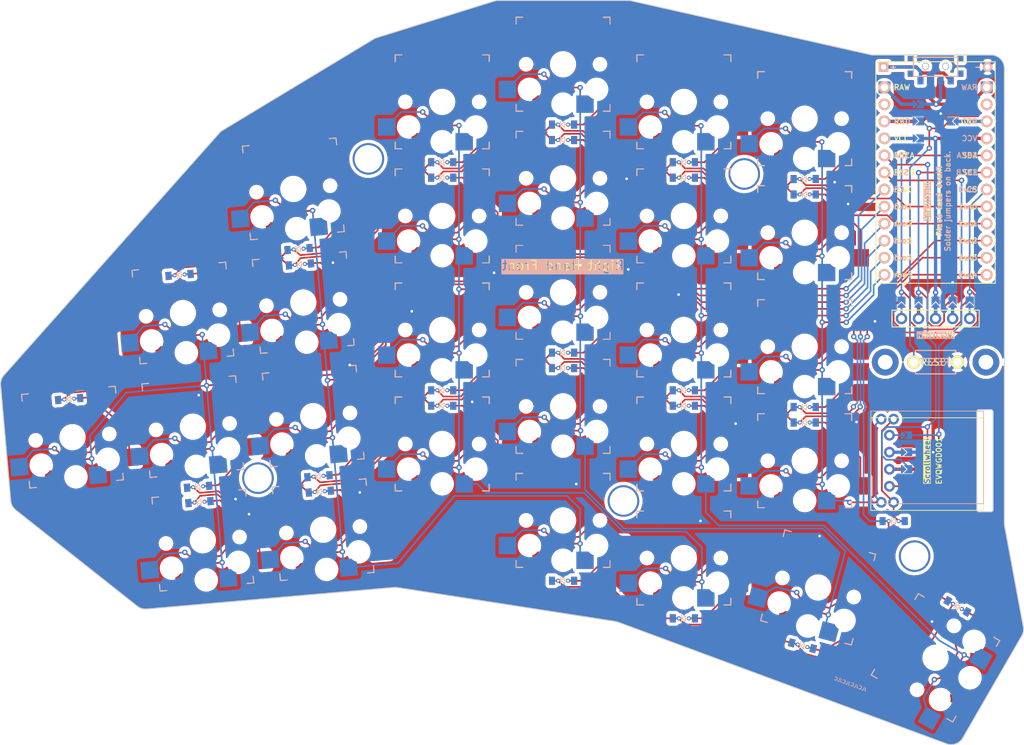
<source format=kicad_pcb>
(kicad_pcb (version 20221018) (generator pcbnew)
  (title_block (title "keyboard") (rev "v1.0.0") (company "Unknown"))
  (layers (0 "F.Cu" signal) (31 "B.Cu" signal) (34 "B.Paste" user) (35 "F.Paste" user) (36 "B.SilkS" user "B.Silkscreen") (37 "F.SilkS" user "F.Silkscreen") (38 "B.Mask" user) (39 "F.Mask" user) (44 "Edge.Cuts" user))
  (net 0 "")
  (net 1 "row0")
  (net 2 "outer2_home")
  (net 3 "outer_bottom")
  (net 4 "outer_home")
  (net 5 "outer_top")
  (net 6 "row1")
  (net 7 "pinky_bottom")
  (net 8 "pinky_home")
  (net 9 "pinky_top")
  (net 10 "pinky_num")
  (net 11 "row2")
  (net 12 "ring_bottom")
  (net 13 "ring_home")
  (net 14 "ring_top")
  (net 15 "ring_num")
  (net 16 "middle_mod")
  (net 17 "row3")
  (net 18 "middle_bottom")
  (net 19 "middle_home")
  (net 20 "middle_top")
  (net 21 "middle_num")
  (net 22 "index_mod")
  (net 23 "row4")
  (net 24 "index_bottom")
  (net 25 "index_home")
  (net 26 "index_top")
  (net 27 "index_num")
  (net 28 "row5")
  (net 29 "inner_bottom")
  (net 30 "inner_home")
  (net 31 "inner_top")
  (net 32 "inner_num")
  (net 33 "layer_cluster")
  (net 34 "space_cluster")
  (net 35 "col2")
  (net 36 "col0")
  (net 37 "col4")
  (net 38 "col3")
  (net 39 "col1")
  (net 40 "scrollwheel_scrollwheel")
  (net 41 "ENCB_undef")
  (net 42 "GND_ENCA")
  (net 43 "ENCA_GND")
  (net 44 "undef_ENCB")
  (net 45 "ENCB")
  (net 46 "GND")
  (net 47 "ENCA")
  (net 48 "RAW_P1")
  (net 49 "GND_P0")
  (net 50 "RST_GND")
  (net 51 "VCC_GND")
  (net 52 "P1_RAW")
  (net 53 "P0_GND")
  (net 54 "GND_RST")
  (net 55 "GND_VCC")
  (net 56 "SDA")
  (net 57 "SCL")
  (net 58 "CS")
  (net 59 "RAW")
  (net 60 "RST")
  (net 61 "VCC")
  (net 62 "NN_VCC")
  (net 63 "NN_GND_SCL")
  (net 64 "NN_SDA_CS")
  (net 65 "NN_SCL_GND")
  (net 66 "NN_CS_SDA")
  (net 67 "switch_from")
  (footprint "E73:SPDT_C128955" (layer "F.Cu") (at 172.780487 37.725888)
    (fp_text reference "T1" hide)
    (fp_text value "" hide)
  )
  (footprint "lib:Jumper" (layer "F.Cu") (at 175.280489 43.375888 -90)
    (fp_text reference "J11" hide)
    (fp_text value "Jumper")
  )
  (footprint "lib:Jumper" (layer "F.Cu") (at 172.780503 72.825888 180)
    (fp_text reference "J22" hide)
    (fp_text value "Jumper")
  )
  (footprint "ComboDiode" (layer "F.Cu") (at 152.951124 124.109224 -15)
    (fp_text reference "D14" hide)
    (fp_text value "" hide)
  )
  (footprint "ComboDiode" (layer "F.Cu") (at 153.280493 90.825897)
    (fp_text reference "D26" hide)
    (fp_text value "" hide)
  )
  (footprint "lib:Jumper" (layer "F.Cu") (at 168.530501 95.255901 90)
    (fp_text reference "J2" hide)
    (fp_text value "Jumper")
  )
  (footprint "PG1350" (layer "F.Cu") (at 117.280496 54.415899 180)
    (fp_text reference "S16" hide)
    (fp_text value "" hide)
  )
  (footprint "RollerEncoder_Panasonic_EVQWGD001" (layer "F.Cu") (at 171.530508 96.525886)
    (fp_text reference "REF**")
    (fp_text value "RollerEncoder_Panasonic_EVQWGD001")
    (fp_line (start 7.4 -7.3) (end 7.4 7.3) (stroke (width 0.15)) (layer "Edge.Cuts"))
    (fp_line (start 7.7 7.6) (end 9.5 7.6) (stroke (width 0.15)) (layer "Edge.Cuts"))
    (fp_line (start 9.5 -7.6) (end 7.7 -7.6) (stroke (width 0.15)) (layer "Edge.Cuts"))
    (fp_line (start 9.8 7.3) (end 9.8 -7.3) (stroke (width 0.15)) (layer "Edge.Cuts"))
    (fp_arc (start 7.4 -7.3) (mid 7.487868 -7.512132) (end 7.7 -7.6) (stroke (width 0.15)) (layer "Edge.Cuts"))
    (fp_arc (start 7.7 7.6) (mid 7.487868 7.512132) (end 7.4 7.3) (stroke (width 0.15)) (layer "Edge.Cuts"))
    (fp_arc (start 9.5 -7.6) (mid 9.712132 -7.512132) (end 9.8 -7.3) (stroke (width 0.15)) (layer "Edge.Cuts"))
    (fp_arc (start 9.8 7.3) (mid 9.712132 7.512132) (end 9.5 7.6) (stroke (width 0.15)) (layer "Edge.Cuts"))
  )
  (footprint "lib:Jumper" (layer "F.Cu") (at 177.860491 72.825897 180)
    (fp_text reference "J19" hide)
    (fp_text value "Jumper")
  )
  (footprint "ComboDiode" (layer "F.Cu") (at 117.280492 114.415887)
    (fp_text reference "D6" hide)
    (fp_text value "" hide)
  )
  (footprint "ComboDiode" (layer "F.Cu") (at 153.280493 54.525895)
    (fp_text reference "D13" hide)
    (fp_text value "" hide)
  )
  (footprint "ComboDiode" (layer "F.Cu") (at 78.082397 67.257322 5)
    (fp_text reference "D19" hide)
    (fp_text value "" hide)
  )
  (footprint "lib:Jumper" (layer "F.Cu") (at 168.530495 100.335891 90)
    (fp_text reference "J4" hide)
    (fp_text value "Jumper")
  )
  (footprint "PG1350" (layer "F.Cu") (at 44.197822 93.008538 -175)
    (fp_text reference "S1" hide)
    (fp_text value "" hide)
  )
  (footprint "ComboDiode" (layer "F.Cu") (at 117.280494 48.715883)
    (fp_text reference "D23" hide)
    (fp_text value "" hide)
  )
  (footprint "lib:Jumper" (layer "F.Cu") (at 170.280494 48.475887 90)
    (fp_text reference "J9" hide)
    (fp_text value "Jumper")
  )
  (footprint "ComboDiode" (layer "F.Cu") (at 135.280488 88.32589)
    (fp_text reference "D24" hide)
    (fp_text value "" hide)
  )
  (footprint "lib:Jumper" (layer "F.Cu") (at 172.780503 72.825888 180)
    (fp_text reference "J17" hide)
    (fp_text value "Jumper")
  )
  (footprint "lib:text" (layer "F.Cu") (at 117.280492 67.415891 90)
    (fp_text reference "")
    (fp_text value "")
  )
  (footprint "PG1350" (layer "F.Cu") (at 60.647683 74.504428 -175)
    (fp_text reference "S4" hide)
    (fp_text value "" hide)
  )
  (footprint "ComboDiode" (layer "F.Cu") (at 117.280496 80.415891)
    (fp_text reference "D7" hide)
    (fp_text value "" hide)
  )
  (footprint "ComboDiode" (layer "F.Cu") (at 153.280495 56.825893)
    (fp_text reference "D27" hide)
    (fp_text value "" hide)
  )
  (footprint "Hole" (layer "F.Cu") (at 169.658995 110.749016 22.5)
    (fp_text reference "_8" hide)
    (fp_text value "")
  )
  (footprint "ComboDiode" (layer "F.Cu") (at 62.913726 100.405496 5)
    (fp_text reference "D1" hide)
    (fp_text value "" hide)
  )
  (footprint "PG1350" (layer "F.Cu") (at 80.06082 89.870953 -175)
    (fp_text reference "S6" hide)
    (fp_text value "" hide)
  )
  (footprint "lib:Jumper" (layer "F.Cu") (at 170.2405 72.82588 180)
    (fp_text reference "J16" hide)
    (fp_text value "Jumper")
  )
  (footprint "PG1350" (layer "F.Cu") (at 135.280498 60.025885 180)
    (fp_text reference "S21" hide)
    (fp_text value "" hide)
  )
  (footprint "PG1350" (layer "F.Cu") (at 99.280493 43.025891 180)
    (fp_text reference "S12" hide)
    (fp_text value "" hide)
  )
  (footprint "ComboDiode" (layer "F.Cu") (at 77.881931 64.966068 5)
    (fp_text reference "D3" hide)
    (fp_text value "" hide)
  )
  (footprint "PG1350" (layer "F.Cu") (at 135.280498 111.025891 180)
    (fp_text reference "S18" hide)
    (fp_text value "" hide)
  )
  (footprint "Hole" (layer "F.Cu") (at 180.2805 81.825891 -90)
    (fp_text reference "_3" hide)
    (fp_text value "")
  )
  (footprint "lib:Jumper" (layer "F.Cu") (at 175.280493 45.925883 -90)
    (fp_text reference "J10" hide)
    (fp_text value "Jumper")
  )
  (footprint "PG1350" (layer "F.Cu") (at 99.280497 94.025882 180)
    (fp_text reference "S9" hide)
    (fp_text value "" hide)
  )
  (footprint "ComboDiode" (layer "F.Cu") (at 81.045692 101.127946 5)
    (fp_text reference "D18" hide)
    (fp_text value "" hide)
  )
  (footprint "PG1350" (layer "F.Cu") (at 77.097532 56.000321 -175)
    (fp_text reference "S8" hide)
    (fp_text value "" hide)
  )
  (footprint "ComboDiode" (layer "F.Cu") (at 80.845228 98.836693 5)
    (fp_text reference "D2" hide)
    (fp_text value "" hide)
  )
  (footprint "ComboDiode" (layer "F.Cu") (at 153.280504 88.52588)
    (fp_text reference "D12" hide)
    (fp_text value "" hide)
  )
  (footprint "PG1350" (layer "F.Cu") (at 81.542468 106.806249 -175)
    (fp_text reference "S5" hide)
    (fp_text value "" hide)
  )
  (footprint "lib:Jumper" (layer "F.Cu") (at 175.320498 72.825884 180)
    (fp_text reference "J18" hide)
    (fp_text value "Jumper")
  )
  (footprint "ComboDiode" (layer "F.Cu") (at 60.15089 68.826115 5)
    (fp_text reference "D17" hide)
    (fp_text value "" hide)
  )
  (footprint "lib:niceview_headers" (layer "F.Cu") (at 172.780501 37.825884 -90)
    (fp_text reference "")
    (fp_text value "")
  )
  (footprint "PG1350" (layer "F.Cu") (at 117.280488 105.415884 180)
    (fp_text reference "S13" hide)
    (fp_text value "" hide)
  )
  (footprint "ComboDiode" (layer "F.Cu") (at 63.114187 102.696741 5)
    (fp_text reference "D16" hide)
    (fp_text value "" hide)
  )
  (footprint "PG1350" (layer "F.Cu") (at 99.280505 77.025889 180)
    (fp_text reference "S10" hide)
    (fp_text value "" hide)
  )
  (footprint "PG1350" (layer "F.Cu") (at 135.280507 43.025887 180)
    (fp_text reference "S22" hide)
    (fp_text value "" hide)
  )
  (footprint "lib:niceview_headers" (layer "F.Cu") (at 172.780493 75.325888 90)
    (fp_text reference "Nice!View1" hide)
    (fp_text value "" hide)
  )
  (footprint "lib:Jumper" (layer "F.Cu") (at 170.2405 72.82588 180)
    (fp_text reference "J23" hide)
    (fp_text value "Jumper")
  )
  (footprint "ComboDiode" (layer "F.Cu") (at 43.701035 87.330239 5)
    (fp_text reference "D15" hide)
    (fp_text value "" hide)
  )
  (footprint "ComboDiode" (layer "F.Cu") (at 135.280489 52.025889)
    (fp_text reference "D11" hide)
    (fp_text value "" hide)
  )
  (footprint "lib:Jumper" (layer "F.Cu") (at 175.280493 45.925883 -90)
    (fp_text reference "J12" hide)
    (fp_text value "Jumper")
  )
  (footprint "PG1350" (layer "F.Cu") (at 63.610976 108.375043 -175)
    (fp_text reference "S2" hide)
    (fp_text value "" hide)
  )
  (footprint "PG1350" (layer "F.Cu") (at 99.280498 60.025887 180)
    (fp_text reference "S11" hide)
    (fp_text value "" hide)
  )
  (footprint "PG1350" (layer "F.Cu") (at 78.57919 72.935621 -175)
    (fp_text reference "S7" hide)
    (fp_text value "" hide)
  )
  (footprint "lib:Jumper" (layer "F.Cu") (at 175.320498 72.825884 180)
    (fp_text reference "J21" hide)
    (fp_text value "Jumper")
  )
  (footprint "Hole" (layer "F.Cu") (at 126.280499 102.525885)
    (fp_text reference "_7" hide)
    (fp_text value "")
  )
  (footprint "Hole" (layer "F.Cu") (at 144.280491 53.77589)
    (fp_text reference "_5" hide)
    (fp_text value "")
  )
  (footprint "lib:Jumper" (layer "F.Cu") (at 177.860491 72.825897 180)
    (fp_text reference "J20" hide)
    (fp_text value "Jumper")
  )
  (footprint "PG1350" (layer "F.Cu") (at 117.280491 37.415894 180)
    (fp_text reference "S17" hide)
    (fp_text value "" hide)
  )
  (footprint "lib:Jumper" (layer "F.Cu") (at 175.280494 48.47589 -90)
    (fp_text reference "J13" hide)
    (fp_text value "Jumper")
  )
  (footprint "PG1350" (layer "F.Cu") (at 153.280498 62.52588 180)
    (fp_text reference "S25" hide)
    (fp_text value "" hide)
  )
  (footprint "PG1350" (layer "F.Cu") (at 172.76524 125.904764 -120)
    (fp_text reference "S28" hide)
    (fp_text value "" hide)
  )
  (footprint "lib:Jumper" (layer "F.Cu") (at 170.280489 43.375888 90)
    (fp_text reference "J7" hide)
    (fp_text value "Jumper")
  )
  (footprint "lib:Jumper" (layer "F.Cu") (at 170.280497 45.925881 90)
    (fp_text reference "J14" hide)
    (fp_text value "Jumper")
  )
  (footprint "ProMicro" (layer "F.Cu") (at 172.780499 54.825891 -90)
    (fp_text reference "MCU1" hide)
    (fp_text value "" hide)
  )
  (footprint "lib:Jumper" (layer "F.Cu") (at 168.530493 92.715894 90)
    (fp_text reference "J1" hide)
    (fp_text value "Jumper")
  )
  (footprint "Hole" (layer "F.Cu") (at 71.835903 99.122986 5)
    (fp_text reference "_6" hide)
    (fp_text value "")
  )
  (footprint "lib:Jumper" (layer "F.Cu") (at 168.530493 97.79588 90)
    (fp_text reference "J3" hide)
    (fp_text value "Jumper")
  )
  (footprint "PG1350" (layer "F.Cu") (at 135.280496 94.025885 180)
    (fp_text reference "S19" hide)
    (fp_text value "" hide)
  )
  (footprint "kbd:ResetSW" (layer "F.Cu") (at 172.780505 81.825885 180)
    (fp_text reference "_1" hide)
    (fp_text value "")
  )
  (footprint "PG1350" (layer "F.Cu") (at 117.280491 71.415889 180)
    (fp_text reference "S15" hide)
    (fp_text value "" hide)
  )
  (footprint "PG1350" (layer "F.Cu") (at 135.280491 77.02589 180)
    (fp_text reference "S20" hide)
    (fp_text value "" hide)
  )
  (footprint "PG1350" (layer "F.Cu") (at 62.129326 91.439732 -175)
    (fp_text reference "S3" hide)
    (fp_text value "" hide)
  )
  (footprint "ComboDiode" (layer "F.Cu") (at 176.036721 118.238401 -30)
    (fp_text reference "D28" hide)
    (fp_text value "" hide)
  )
  (footprint "ComboDiode" (layer "F.Cu") (at 135.280504 86.025886)
    (fp_text reference "D10" hide)
    (fp_text value "" hide)
  )
  (footprint "ComboDiode" (layer "F.Cu") (at 166.530485 105.525879)
    (fp_text reference "D29" hide)
    (fp_text value "" hide)
  )
  (footprint "PG1350" (layer "F.Cu") (at 153.280492 45.52589 180)
    (fp_text reference "S26" hide)
    (fp_text value "" hide)
  )
  (footprint "lib:Jumper" (layer "F.Cu") (at 167.700503 72.825895 180)
    (fp_text reference "J24" hide)
    (fp_text value "Jumper")
  )
  (footprint "ComboDiode" (layer "F.Cu") (at 99.280498 52.025887)
    (fp_text reference "D5" hide)
    (fp_text value "" hide)
  )
  (footprint "ComboDiode" (layer "F.Cu") (at 135.280489 54.325891)
    (fp_text reference "D25" hide)
    (fp_text value "" hide)
  )
  (footprint "PG1350" (layer "F.Cu") (at 155.280499 115.415891 165)
    (fp_text reference "S27" hide)
    (fp_text value "" hide)
  )
  (footprint "ComboDiode" (layer "F.Cu") (at 99.280499 54.325891)
    (fp_text reference "D21" hide)
    (fp_text value "" hide)
  )
  (footprint "PG1350" (layer "F.Cu") (at 117.280499 88.415883 180)
    (fp_text reference "S14" hide)
    (fp_text value "" hide)
  )
  (footprint "PG1350" (layer "F.Cu") (at 153.280494 96.525887 180)
    (fp_text reference "S23" hide)
    (fp_text value "" hide)
  )
  (footprint "lib:Jumper" (layer "F.Cu") (at 168.530501 95.255901 90)
    (fp_text reference "J6" hide)
    (fp_text value "Jumper")
  )
  (footprint "ComboDiode" (layer "F.Cu") (at 99.280488 88.32589)
    (fp_text reference "D20" hide)
    (fp_text value "" hide)
  )
  (footprint "lib:Jumper" (layer "F.Cu") (at 170.280497 45.925881 90)
    (fp_text reference "J8" hide)
    (fp_text value "Jumper")
  )
  (footprint "ComboDiode" (layer "F.Cu") (at 135.280498 120.025891)
    (fp_text reference "D9" hide)
    (fp_text value "" hide)
  )
  (footprint "PG1350" (layer "F.Cu") (at 153.28268 79.522957 180)
    (fp_text reference "S20" hide)
    (fp_text value "" hide)
  )
  (footprint "ComboDiode" (layer "F.Cu") (at 117.280497 46.415892)
    (fp_text reference "D8" hide)
    (fp_text value "" hide)
  )
  (footprint "Hole" (layer "F.Cu") (at 165.280503 81.825893 -90)
    (fp_text reference "_2" hide)
    (fp_text value "")
  )
  (footprint "lib:text" (layer "F.Cu") (at 117.280492 67.415891 90)
    (fp_text reference "")
    (fp_text value "")
  )
  (footprint "lib:Jumper" (layer "F.Cu") (at 168.530493 97.79588 90)
    (fp_text reference "J5" hide)
    (fp_text value "Jumper")
  )
  (footprint "lib:Jumper" (layer "F.Cu") (at 167.700503 72.825895 180)
    (fp_text reference "J15" hide)
    (fp_text value "Jumper")
  )
  (footprint "Hole" (layer "F.Cu") (at 88.280491 51.52588)
    (fp_text reference "_4" hide)
    (fp_text value "")
  )
  (footprint "ComboDiode" (layer "F.Cu") (at 99.280499 86.025901)
    (fp_text reference "D4" hide)
    (fp_text value "" hide)
  )
  (footprint "ComboDiode" (layer "F.Cu") (at 117.280498 82.71589)
    (fp_text reference "D22" hide)
    (fp_text value "" hide)
  )
  (gr_arc (start 185.85788 121.268886) (mid 185.862562 121.9722) (end 185.623478 122.633646) (stroke (width 0.15)) (layer "Edge.Cuts"))
  (gr_line (start 127.497548 27.964793) (end 163.063451 35.976992) (stroke (width 0.15)) (layer "Edge.Cuts"))
  (gr_line (start 89.512126 33.453701) (end 106.989839 28.006478) (stroke (width 0.15)) (layer "Edge.Cuts"))
  (gr_arc (start 181.030488 36.025889) (mid 182.444689 36.611682) (end 183.030496 38.025897) (stroke (width 0.15)) (layer "Edge.Cuts"))
  (gr_arc (start 127.058014 27.915885) (mid 127.279138 27.928146) (end 127.497548 27.964793) (stroke (width 0.15)) (layer "Edge.Cuts"))
  (gr_line (start 174.409603 138.72854) (end 125.469076 120.59576) (stroke (width 0.15)) (layer "Edge.Cuts"))
  (gr_line (start 53.853532 118.216944) (end 35.739807 103.879001) (stroke (width 0.15)) (layer "Edge.Cuts"))
  (gr_line (start 34.988712 102.485137) (end 33.483026 85.275057) (stroke (width 0.15)) (layer "Edge.Cuts"))
  (gr_arc (start 125.081772 120.494966) (mid 125.277951 120.535651) (end 125.469076 120.59576) (stroke (width 0.15)) (layer "Edge.Cuts"))
  (gr_line (start 92.090501 115.419705) (end 55.269133 118.641162) (stroke (width 0.15)) (layer "Edge.Cuts"))
  (gr_arc (start 66.106409 47.634342) (mid 66.322188 47.425551) (end 66.566783 47.251401) (stroke (width 0.15)) (layer "Edge.Cuts"))
  (gr_arc (start 89.072847 33.651361) (mid 89.286514 33.539258) (end 89.512126 33.453701) (stroke (width 0.15)) (layer "Edge.Cuts"))
  (gr_arc (start 33.483026 85.275057) (mid 33.576765 84.47216) (end 33.980661 83.771949) (stroke (width 0.15)) (layer "Edge.Cuts"))
  (gr_arc (start 106.989839 28.006478) (mid 107.28396 27.938667) (end 107.584936 27.915894) (stroke (width 0.15)) (layer "Edge.Cuts"))
  (gr_arc (start 163.502981 36.025884) (mid 163.281861 36.013621) (end 163.063451 35.976992) (stroke (width 0.15)) (layer "Edge.Cuts"))
  (gr_line (start 163.502983 36.025886) (end 181.030488 36.025889) (stroke (width 0.15)) (layer "Edge.Cuts"))
  (gr_line (start 66.566783 47.251401) (end 89.072851 33.651372) (stroke (width 0.15)) (layer "Edge.Cuts"))
  (gr_arc (start 92.090486 115.419703) (mid 92.331905 115.41322) (end 92.572345 115.435885) (stroke (width 0.15)) (layer "Edge.Cuts"))
  (gr_line (start 33.980661 83.771949) (end 66.106409 47.634342) (stroke (width 0.15)) (layer "Edge.Cuts"))
  (gr_arc (start 176.836503 137.853123) (mid 175.783083 138.734464) (end 174.409603 138.72854) (stroke (width 0.15)) (layer "Edge.Cuts"))
  (gr_line (start 107.584936 27.915894) (end 127.058014 27.915885) (stroke (width 0.15)) (layer "Edge.Cuts"))
  (gr_line (start 183.030496 38.025897) (end 183.030495 105.841966) (stroke (width 0.15)) (layer "Edge.Cuts"))
  (gr_line (start 183.064032 106.206716) (end 185.857884 121.268883) (stroke (width 0.15)) (layer "Edge.Cuts"))
  (gr_line (start 185.623478 122.633646) (end 176.836492 137.853134) (stroke (width 0.15)) (layer "Edge.Cuts"))
  (gr_arc (start 55.269134 118.64116) (mid 54.520707 118.564612) (end 53.853532 118.216944) (stroke (width 0.15)) (layer "Edge.Cuts"))
  (gr_line (start 125.081772 120.494966) (end 92.572345 115.435885) (stroke (width 0.15)) (layer "Edge.Cuts"))
  (gr_arc (start 35.739807 103.879001) (mid 35.220456 103.259561) (end 34.988712 102.485137) (stroke (width 0.15)) (layer "Edge.Cuts"))
  (gr_arc (start 183.064029 106.206719) (mid 183.038892 106.025112) (end 183.030495 105.841966) (stroke (width 0.15)) (layer "Edge.Cuts"))
  (gr_text "JLCJLCJLCJLC" (at 162.5 131 -20) (layer "B.SilkS") (effects (font (size 0.5 0.5) (thickness 0.1) bold) (justify left bottom mirror)))
  (segment (start 42.536333 97.89179) (end 43.680943 96.527693) (width 0.25) (layer "F.Cu") (net 1))
  (segment (start 137.197687 70.88295) (end 135.484737 69.17) (width 0.25) (layer "F.Cu") (net 1))
  (segment (start 60.134169 78.02328) (end 63.521233 77.726949) (width 0.25) (layer "F.Cu") (net 1))
  (segment (start 96.44769 69.782955) (end 90.43 75.800645) (width 0.25) (layer "F.Cu") (net 1))
  (segment (start 57.903186 80.672454) (end 58.980858 79.388144) (width 0.25) (layer "F.Cu") (net 1))
  (segment (start 90.43 79.100625) (end 86.147682 83.382943) (width 0.25) (layer "F.Cu") (net 1))
  (segment (start 111.697692 65.732942) (end 107.647689 69.782956) (width 0.25) (layer "F.Cu") (net 1))
  (segment (start 64.188773 85.304098) (end 64.181516 85.312747) (width 0.25) (layer "F.Cu") (net 1))
  (segment (start 86.147682 83.382943) (end 64.188773 85.304098) (width 0.25) (layer "F.Cu") (net 1))
  (segment (start 41.449976 99.176853) (end 42.527637 97.892558) (width 0.25) (layer "F.Cu") (net 1))
  (segment (start 59.385368 97.652535) (end 60.463026 96.368226) (width 0.25) (layer "F.Cu") (net 1))
  (segment (start 43.680943 96.527693) (end 47.068008 96.231359) (width 0.25) (layer "F.Cu") (net 1))
  (segment (start 61.616347 95.003365) (end 65.003409 94.70703) (width 0.25) (layer "F.Cu") (net 1))
  (segment (start 122.297682 65.732951) (end 111.697692 65.732942) (width 0.25) (layer "F.Cu") (net 1))
  (segment (start 159.44769 70.882954) (end 137.197687 70.88295) (width 0.25) (layer "F.Cu") (net 1))
  (segment (start 60.471729 96.367456) (end 61.616347 95.003365) (width 0.25) (layer "F.Cu") (net 1))
  (segment (start 61.958201 113.357916) (end 63.102816 111.993822) (width 0.25) (layer "F.Cu") (net 1))
  (segment (start 60.871835 114.642988) (end 61.9495 113.358677) (width 0.25) (layer "F.Cu") (net 1))
  (segment (start 58.98956 79.387385) (end 60.134169 78.02328) (width 0.25) (layer "F.Cu") (net 1))
  (segment (start 90.43 75.800645) (end 90.43 79.100625) (width 0.25) (layer "F.Cu") (net 1))
  (segment (start 63.102816 111.993822) (end 66.489882 111.697476) (width 0.25) (layer "F.Cu") (net 1))
  (segment (start 135.484737 69.17) (end 125.734731 69.17) (width 0.25) (layer "F.Cu") (net 1))
  (segment (start 107.647689 69.782956) (end 96.44769 69.782955) (width 0.25) (layer "F.Cu") (net 1))
  (segment (start 125.734731 69.17) (end 122.297682 65.732951) (width 0.25) (layer "F.Cu") (net 1))
  (segment (start 60.463026 96.368226) (end 60.471729 96.367456) (width 0.25) (layer "F.Cu") (net 1))
  (via (at 64.181516 85.312747) (size 0.8) (drill 0.4) (layers "F.Cu" "B.Cu") (net 1))
  (via (at 66.489882 111.697476) (size 0.8) (drill 0.4) (layers "F.Cu" "B.Cu") (net 1))
  (via (at 159.44769 70.882954) (size 0.8) (drill 0.4) (layers "F.Cu" "B.Cu") (net 1))
  (via (at 63.521233 77.726949) (size 0.8) (drill 0.4) (layers "F.Cu" "B.Cu") (net 1))
  (via (at 65.003409 94.70703) (size 0.8) (drill 0.4) (layers "F.Cu" "B.Cu") (net 1))
  (via (at 47.068008 96.231359) (size 0.8) (drill 0.4) (layers "F.Cu" "B.Cu") (net 1))
  (segment (start 165.160499 56.095891) (end 161.3 59.95639) (width 0.25) (layer "B.Cu") (net 1))
  (segment (start 64.181516 85.312747) (end 64.338397 87.105897) (width 0.25) (layer "B.Cu") (net 1))
  (segment (start 64.338397 87.105897) (end 65.003409 94.70703) (width 0.25) (layer "B.Cu") (net 1))
  (segment (start 64.405425 80.098908) (end 63.789571 80.832836) (width 0.25) (layer "B.Cu") (net 1))
  (segment (start 161.3 69.030644) (end 159.44769 70.882954) (width 0.25) (layer "B.Cu") (net 1))
  (segment (start 46.771102 92.83771) (end 52.206165 86.360454) (width 0.25) (layer "B.Cu") (net 1))
  (segment (start 64.003932 83.282949) (end 64.181516 85.312747) (width 0.25) (layer "B.Cu") (net 1))
  (segment (start 63.677476 79.512793) (end 64.432146 80.14606) (width 0.25) (layer "B.Cu") (net 1))
  (segment (start 161.3 59.95639) (end 161.3 69.030644) (width 0.25) (layer "B.Cu") (net 1))
  (segment (start 65.271214 97.768149) (end 66.634775 113.35366) (width 0.25) (layer "B.Cu") (net 1))
  (segment (start 63.789571 80.832836) (end 64.003932 83.282949) (width 0.25) (layer "B.Cu") (net 1))
  (segment (start 65.887073 97.03421) (end 65.271214 97.768149) (width 0.25) (layer "B.Cu") (net 1))
  (segment (start 52.206165 86.360454) (end 64.181516 85.312747) (width 0.25) (layer "B.Cu") (net 1))
  (segment (start 66.634775 113.35366) (end 67.368717 113.969523) (width 0.25) (layer "B.Cu") (net 1))
  (segment (start 65.003409 94.70703) (end 65.153128 96.418358) (width 0.25) (layer "B.Cu") (net 1))
  (segment (start 47.068008 96.231359) (end 46.771102 92.83771) (width 0.25) (layer "B.Cu") (net 1))
  (segment (start 47.22425 98.017218) (end 47.978943 98.650471) (width 0.25) (layer "B.Cu") (net 1))
  (segment (start 47.068008 96.231359) (end 47.22425 98.017218) (width 0.25) (layer "B.Cu") (net 1))
  (segment (start 65.153128 96.418358) (end 65.887073 97.03421) (width 0.25) (layer "B.Cu") (net 1))
  (segment (start 63.521233 77.726949) (end 63.677476 79.512793) (width 0.25) (layer "B.Cu") (net 1))
  (segment (start 41.514244 94.709606) (end 42.597602 95.618649) (width 0.25) (layer "F.Cu") (net 2))
  (segment (start 46.781618 95.2526) (end 47.690648 94.169246) (width 0.25) (layer "F.Cu") (net 2))
  (segment (start 45.347499 87.187092) (end 44.450921 87.265516) (width 0.25) (layer "F.Cu") (net 2))
  (segment (start 47.690648 94.169246) (end 50.332536 93.938108) (width 0.25) (layer "F.Cu") (net 2))
  (segment (start 42.597602 95.618649) (end 46.781618 95.2526) (width 0.25) (layer "F.Cu") (net 2))
  (segment (start 52.403147 91.820258) (end 46.736687 87.065543) (width 0.25) (layer "F.Cu") (net 2))
  (segment (start 50.332536 93.938108) (end 52.764273 95.978591) (width 0.25) (layer "F.Cu") (net 2))
  (segment (start 52.770905 96.023711) (end 52.403147 91.820258) (width 0.25) (layer "F.Cu") (net 2))
  (segment (start 46.736687 87.065543) (end 45.347499 87.187092) (width 0.25) (layer "F.Cu") (net 2))
  (via (at 41.514244 94.709606) (size 0.8) (drill 0.4) (layers "F.Cu" "B.Cu") (net 2))
  (segment (start 36.277252 97.421013) (end 38.317725 94.989276) (width 0.25) (layer "B.Cu") (net 2))
  (segment (start 44.450921 87.265516) (end 45.347499 87.187092) (width 0.25) (layer "B.Cu") (net 2))
  (segment (start 38.317725 94.989276) (end 41.514244 94.709606) (width 0.25) (layer "B.Cu") (net 2))
  (segment (start 64.760653 102.553592) (end 63.864074 102.632027) (width 0.25) (layer "F.Cu") (net 3))
  (segment (start 60.936115 110.175735) (end 62.019462 111.084786) (width 0.25) (layer "F.Cu") (net 3))
  (segment (start 66.149837 102.432045) (end 64.760653 102.553592) (width 0.25) (layer "F.Cu") (net 3))
  (segment (start 69.754407 109.404248) (end 72.186142 111.444705) (width 0.25) (layer "F.Cu") (net 3))
  (segment (start 62.019462 111.084786) (end 66.203478 110.718724) (width 0.25) (layer "F.Cu") (net 3))
  (segment (start 72.184058 111.390223) (end 71.816306 107.186771) (width 0.25) (layer "F.Cu") (net 3))
  (segment (start 66.203478 110.718724) (end 67.112508 109.635373) (width 0.25) (layer "F.Cu") (net 3))
  (segment (start 67.112508 109.635373) (end 69.754407 109.404248) (width 0.25) (layer "F.Cu") (net 3))
  (segment (start 71.816306 107.186771) (end 66.149837 102.432045) (width 0.25) (layer "F.Cu") (net 3))
  (via (at 60.936115 110.175735) (size 0.8) (drill 0.4) (layers "F.Cu" "B.Cu") (net 3))
  (segment (start 57.73959 110.455406) (end 60.936115 110.175735) (width 0.25) (layer "B.Cu") (net 3))
  (segment (start 55.699119 112.887144) (end 57.73959 110.455406) (width 0.25) (layer "B.Cu") (net 3))
  (segment (start 63.864074 102.632027) (end 64.760653 102.553592) (width 0.25) (layer "B.Cu") (net 3))
  (segment (start 68.267933 92.413789) (end 70.699673 94.454257) (width 0.25) (layer "F.Cu") (net 4))
  (segment (start 60.53299 94.094328) (end 64.717015 93.728266) (width 0.25) (layer "F.Cu") (net 4))
  (segment (start 65.626043 92.644925) (end 68.267933 92.413789) (width 0.25) (layer "F.Cu") (net 4))
  (segment (start 64.717015 93.728266) (end 65.626043 92.644925) (width 0.25) (layer "F.Cu") (net 4))
  (segment (start 59.449639 93.185286) (end 60.53299 94.094328) (width 0.25) (layer "F.Cu") (net 4))
  (segment (start 70.702408 94.454901) (end 65.929956 100.142495) (width 0.25) (layer "F.Cu") (net 4))
  (segment (start 65.929956 100.142495) (end 63.663611 100.340777) (width 0.25) (layer "F.Cu") (net 4))
  (via (at 59.449639 93.185286) (size 0.8) (drill 0.4) (layers "F.Cu" "B.Cu") (net 4))
  (segment (start 56.253116 93.46494) (end 59.449639 93.185286) (width 0.25) (layer "B.Cu") (net 4))
  (segment (start 63.663611 100.340777) (end 64.560185 100.262344) (width 0.25) (layer "B.Cu") (net 4))
  (segment (start 54.212642 95.896687) (end 56.253116 93.46494) (width 0.25) (layer "B.Cu") (net 4))
  (segment (start 61.79735 68.682965) (end 60.900772 68.761407) (width 0.25) (layer "F.Cu") (net 5))
  (segment (start 69.220753 77.519599) (end 68.853002 73.316164) (width 0.25) (layer "F.Cu") (net 5))
  (segment (start 57.967462 76.205201) (end 59.050814 77.114251) (width 0.25) (layer "F.Cu") (net 5))
  (segment (start 63.186542 68.56143) (end 61.79735 68.682965) (width 0.25) (layer "F.Cu") (net 5))
  (segment (start 63.234833 76.748193) (end 64.143875 75.664835) (width 0.25) (layer "F.Cu") (net 5))
  (segment (start 64.143875 75.664835) (end 66.785754 75.433712) (width 0.25) (layer "F.Cu") (net 5))
  (segment (start 66.785754 75.433712) (end 69.2175 77.474178) (width 0.25) (layer "F.Cu") (net 5))
  (segment (start 59.050814 77.114251) (end 63.234833 76.748193) (width 0.25) (layer "F.Cu") (net 5))
  (segment (start 68.853002 73.316164) (end 63.186542 68.56143) (width 0.25) (layer "F.Cu") (net 5))
  (via (at 57.967462 76.205201) (size 0.8) (drill 0.4) (layers "F.Cu" "B.Cu") (net 5))
  (segment (start 60.900772 68.761407) (end 61.79735 68.682965) (width 0.25) (layer "B.Cu") (net 5))
  (segment (start 52.730473 78.916595) (end 54.770954 76.484862) (width 0.25) (layer "B.Cu") (net 5))
  (segment (start 54.770954 76.484862) (end 57.967462 76.205201) (width 0.25) (layer "B.Cu") (net 5))
  (segment (start 77.316346 96.038967) (end 78.394008 94.754651) (width 0.25) (layer "F.Cu") (net 6))
  (segment (start 81.033792 110.380241) (end 84.420855 110.083922) (width 0.25) (layer "F.Cu") (net 6))
  (segment (start 122.111291 66.182954) (end 111.884082 66.182959) (width 0.25) (layer "F.Cu") (net 6))
  (segment (start 115.164874 110.151442) (end 116.424013 108.892292) (width 0.25) (layer "F.Cu") (net 6))
  (segment (start 75.835221 79.148426) (end 76.912882 77.864099) (width 0.25) (layer "F.Cu") (net 6))
  (segment (start 159.447682 71.882455) (end 137.5608 71.882459) (width 0.25) (layer "F.Cu") (net 6))
  (segment (start 78.4027 94.753888) (end 79.547321 93.389784) (width 0.25) (layer "F.Cu") (net 6))
  (segment (start 78.802821 113.029412) (end 79.880485 111.74511) (width 0.25) (layer "F.Cu") (net 6))
  (segment (start 76.921588 77.863343) (end 78.0662 76.499249) (width 0.25) (layer "F.Cu") (net 6))
  (segment (start 90.88 79.287029) (end 85.984078 84.182951) (width 0.25) (layer "F.Cu") (net 6))
  (segment (start 74.353047 62.168334) (end 75.430712 60.884031) (width 0.25) (layer "F.Cu") (net 6))
  (segment (start 79.889183 111.744344) (end 81.033792 110.380241) (width 0.25) (layer "F.Cu") (net 6))
  (segment (start 78.0662 76.499249) (end 81.453265 76.202924) (width 0.25) (layer "F.Cu") (net 6))
  (segment (start 116.424013 108.892292) (end 119.824013 108.892289) (width 0.25) (layer "F.Cu") (net 6))
  (segment (start 113.970641 111.336933) (end 115.15615 110.15143) (width 0.25) (layer "F.Cu") (net 6))
  (segment (start 135.298341 69.62) (end 125.548337 69.62) (width 0.25) (layer "F.Cu") (net 6))
  (segment (start 137.5608 71.882459) (end 135.298341 69.62) (width 0.25) (layer "F.Cu") (net 6))
  (segment (start 96.634078 70.232957) (end 90.88 75.987035) (width 0.25) (layer "F.Cu") (net 6))
  (segment (start 76.584028 59.519172) (end 79.971091 59.222835) (width 0.25) (layer "F.Cu") (net 6))
  (segment (start 82.205717 84.513515) (end 82.182739 84.5409) (width 0.25) (layer "F.Cu") (net 6))
  (segment (start 85.984078 84.182951) (end 82.205717 84.513515) (width 0.25) (layer "F.Cu") (net 6))
  (segment (start 75.439417 60.883266) (end 76.584028 59.519172) (width 0.25) (layer "F.Cu") (net 6))
  (segment (start 125.548337 69.62) (end 122.111291 66.182954) (width 0.25) (layer "F.Cu") (net 6))
  (segment (start 111.884082 66.182959) (end 107.834079 70.232955) (width 0.25) (layer "F.Cu") (net 6))
  (segment (start 107.834079 70.232955) (end 96.634078 70.232957) (width 0.25) (layer "F.Cu") (net 6))
  (segment (start 90.88 75.987035) (end 90.88 79.287029) (width 0.25) (layer "F.Cu") (net 6))
  (segment (start 79.547321 93.389784) (end 82.934374 93.093458) (width 0.25) (layer "F.Cu") (net 6))
  (via (at 159.447682 71.882455) (size 0.8) (drill 0.4) (layers "F.Cu" "B.Cu") (net 6))
  (via (at 82.934374 93.093458) (size 0.8) (drill 0.4) (layers "F.Cu" "B.Cu") (net 6))
  (via (at 119.824013 108.892289) (size 0.8) (drill 0.4) (layers "F.Cu" "B.Cu") (net 6))
  (via (at 79.971091 59.222835) (size 0.8) (drill 0.4) (layers "F.Cu" "B.Cu") (net 6))
  (via (at 81.453265 76.202924) (size 0.8) (drill 0.4) (layers "F.Cu" "B.Cu") (net 6))
  (via (at 84.420855 110.083922) (size 0.8) (drill 0.4) (layers "F.Cu" "B.Cu") (net 6))
  (via (at 82.182739 84.5409) (size 0.8) (drill 0.4) (layers "F.Cu" "B.Cu") (net 6))
  (segment (start 159.473486 71.882459) (end 161.75 69.605945) (width 0.25) (layer "B.Cu") (net 6))
  (segment (start 84.568646 111.811949) (end 85.302594 112.427807) (width 0.25) (layer "B.Cu") (net 6))
  (segment (start 101.093782 101.768761) (end 104.083069 101.768761) (width 0.25) (layer "B.Cu") (net 6))
  (segment (start 82.151422 84.182954) (end 82.182739 84.5409) (width 0.25) (layer "B.Cu") (net 6))
  (segment (start 119.824027 110.684955) (end 120.520638 111.381573) (width 0.25) (layer "B.Cu") (net 6))
  (segment (start 161.75 69.605945) (end 161.75 62.046393) (width 0.25) (layer "B.Cu") (net 6))
  (segment (start 119.82401 103.698998) (end 119.824013 108.892289) (width 0.25) (layer "B.Cu") (net 6))
  (segment (start 92.672167 111.80525) (end 101.093782 101.768761) (width 0.25) (layer "B.Cu") (net 6))
  (segment (start 117.888432 101.763408) (end 119.82401 103.698998) (width 0.25) (layer "B.Cu") (net 6))
  (segment (start 161.75 62.046393) (end 165.160504 58.635889) (width 0.25) (layer "B.Cu") (net 6))
  (segment (start 119.824013 108.892289) (end 119.824027 110.684955) (width 0.25) (layer "B.Cu") (net 6))
  (segment (start 83.087002 94.876639) (end 83.820945 95.492491) (width 0.25) (layer "B.Cu") (net 6))
  (segment (start 104.083069 101.768761) (end 104.088429 101.763401) (width 0.25) (layer "B.Cu") (net 6))
  (segment (start 82.182739 84.5409) (end 83.087002 94.876639) (width 0.25) (layer "B.Cu") (net 6))
  (segment (start 85.323584 112.448179) (end 92.672167 111.80525) (width 0.25) (layer "B.Cu") (net 6))
  (segment (start 159.447682 71.882455) (end 159.473486 71.882459) (width 0.25) (layer "B.Cu") (net 6))
  (segment (start 83.820945 95.492491) (end 83.2051 96.226434) (width 0.25) (layer "B.Cu") (net 6))
  (segment (start 80.241804 62.35581) (end 80.857652 61.621872) (width 0.25) (layer "B.Cu") (net 6))
  (segment (start 82.329998 78.557998) (end 81.606158 77.95062) (width 0.25) (layer "B.Cu") (net 6))
  (segment (start 82.339295 78.557171) (end 81.72344 79.291129) (width 0.25) (layer "B.Cu") (net 6))
  (segment (start 80.127322 61.008688) (end 80.882016 61.641949) (width 0.25) (layer "B.Cu") (net 6))
  (segment (start 104.088429 101.763401) (end 117.888432 101.763408) (width 0.25) (layer "B.Cu") (net 6))
  (segment (start 81.606158 77.95062) (end 80.241804 62.35581) (width 0.25) (layer "B.Cu") (net 6))
  (segment (start 81.72344 79.291129) (end 82.151422 84.182954) (width 0.25) (layer "B.Cu") (net 6))
  (segment (start 79.971091 59.222835) (end 80.127322 61.008688) (width 0.25) (layer "B.Cu") (net 6))
  (segment (start 83.2051 96.226434) (end 84.568646 111.811949) (width 0.25) (layer "B.Cu") (net 6))
  (segment (start 78.867093 108.562167) (end 79.950443 109.471211) (width 0.25) (layer "F.Cu") (net 7))
  (segment (start 85.043506 108.021797) (end 87.685376 107.790665) (width 0.25) (layer "F.Cu") (net 7))
  (segment (start 84.082221 100.873212) (end 82.693025 100.994747) (width 0.25) (layer "F.Cu") (net 7))
  (segment (start 82.693025 100.994747) (end 81.796449 101.073185) (width 0.25) (layer "F.Cu") (net 7))
  (segment (start 90.116438 109.831373) (end 89.74868 105.627932) (width 0.25) (layer "F.Cu") (net 7))
  (segment (start 87.685376 107.790665) (end 90.117121 109.831143) (width 0.25) (layer "F.Cu") (net 7))
  (segment (start 84.134462 109.105153) (end 85.043506 108.021797) (width 0.25) (layer "F.Cu") (net 7))
  (segment (start 79.950443 109.471211) (end 84.134462 109.105153) (width 0.25) (layer "F.Cu") (net 7))
  (segment (start 89.74868 105.627932) (end 84.082221 100.873212) (width 0.25) (layer "F.Cu") (net 7))
  (via (at 78.867093 108.562167) (size 0.8) (drill 0.4) (layers "F.Cu" "B.Cu") (net 7))
  (segment (start 75.670565 108.84183) (end 78.867093 108.562167) (width 0.25) (layer "B.Cu") (net 7))
  (segment (start 81.796449 101.073185) (end 82.693025 100.994747) (width 0.25) (layer "B.Cu") (net 7))
  (segment (start 73.630102 111.273553) (end 75.670565 108.84183) (width 0.25) (layer "B.Cu") (net 7))
  (segment (start 88.63479 92.896064) (end 83.862326 98.58366) (width 0.25) (layer "F.Cu") (net 8))
  (segment (start 86.19891 90.800206) (end 88.630646 92.840688) (width 0.25) (layer "F.Cu") (net 8))
  (segment (start 77.380622 91.571711) (end 78.463976 92.480752) (width 0.25) (layer "F.Cu") (net 8))
  (segment (start 83.557023 91.031357) (end 86.19891 90.800206) (width 0.25) (layer "F.Cu") (net 8))
  (segment (start 82.647982 92.114705) (end 83.557023 91.031357) (width 0.25) (layer "F.Cu") (net 8))
  (segment (start 83.862326 98.58366) (end 81.595986 98.781943) (width 0.25) (layer "F.Cu") (net 8))
  (segment (start 78.463976 92.480752) (end 82.647982 92.114705) (width 0.25) (layer "F.Cu") (net 8))
  (via (at 77.380622 91.571711) (size 0.8) (drill 0.4) (layers "F.Cu" "B.Cu") (net 8))
  (segment (start 74.184092 91.851368) (end 77.380622 91.571711) (width 0.25) (layer "B.Cu") (net 8))
  (segment (start 81.595986 98.781943) (end 82.492567 98.703496) (width 0.25) (layer "B.Cu") (net 8))
  (segment (start 72.143628 94.283113) (end 74.184092 91.851368) (width 0.25) (layer "B.Cu") (net 8))
  (segment (start 87.152266 75.950784) (end 86.784519 71.747357) (width 0.25) (layer "F.Cu") (net 9))
  (segment (start 81.11805 66.992622) (end 79.728855 67.114159) (width 0.25) (layer "F.Cu") (net 9))
  (segment (start 79.728855 67.114159) (end 78.832278 67.192599) (width 0.25) (layer "F.Cu") (net 9))
  (segment (start 86.784519 71.747357) (end 81.11805 66.992622) (width 0.25) (layer "F.Cu") (net 9))
  (segment (start 75.899494 74.68117) (end 76.982846 75.590216) (width 0.25) (layer "F.Cu") (net 9))
  (segment (start 81.166865 75.224157) (end 82.0759 74.140814) (width 0.25) (layer "F.Cu") (net 9))
  (segment (start 76.982846 75.590216) (end 81.166865 75.224157) (width 0.25) (layer "F.Cu") (net 9))
  (segment (start 82.0759 74.140814) (end 84.71779 73.909672) (width 0.25) (layer "F.Cu") (net 9))
  (segment (start 84.71779 73.909672) (end 87.149528 75.950144) (width 0.25) (layer "F.Cu") (net 9))
  (via (at 75.899494 74.68117) (size 0.8) (drill 0.4) (layers "F.Cu" "B.Cu") (net 9))
  (segment (start 70.662508 77.392571) (end 72.702972 74.960829) (width 0.25) (layer "B.Cu") (net 9))
  (segment (start 78.832278 67.192599) (end 79.728855 67.114159) (width 0.25) (layer "B.Cu") (net 9))
  (segment (start 72.702972 74.960829) (end 75.899494 74.68117) (width 0.25) (layer "B.Cu") (net 9))
  (segment (start 85.670616 59.015484) (end 80.89816 64.703064) (width 0.25) (layer "F.Cu") (net 10))
  (segment (start 79.684699 58.244086) (end 80.59374 57.160726) (width 0.25) (layer "F.Cu") (net 10))
  (segment (start 80.89816 64.703064) (end 78.631817 64.90136) (width 0.25) (layer "F.Cu") (net 10))
  (segment (start 74.417315 57.701103) (end 75.500676 58.610133) (width 0.25) (layer "F.Cu") (net 10))
  (segment (start 83.235618 56.929584) (end 85.667353 58.970073) (width 0.25) (layer "F.Cu") (net 10))
  (segment (start 80.59374 57.160726) (end 83.235618 56.929584) (width 0.25) (layer "F.Cu") (net 10))
  (segment (start 75.500676 58.610133) (end 79.684699 58.244086) (width 0.25) (layer "F.Cu") (net 10))
  (via (at 74.417315 57.701103) (size 0.8) (drill 0.4) (layers "F.Cu" "B.Cu") (net 10))
  (segment (start 69.180336 60.412493) (end 71.220804 57.980752) (width 0.25) (layer "B.Cu") (net 10))
  (segment (start 78.631817 64.90136) (end 79.528385 64.822917) (width 0.25) (layer "B.Cu") (net 10))
  (segment (start 71.220804 57.980752) (end 74.417315 57.701103) (width 0.25) (layer "B.Cu") (net 10))
  (segment (start 107.745976 70.957453) (end 101.778022 70.957458) (width 0.25) (layer "F.Cu") (net 11))
  (segment (start 95.931268 82.929695) (end 97.116772 81.744194) (width 0.25) (layer "F.Cu") (net 11))
  (segment (start 159.447689 72.881959) (end 137.923902 72.881957) (width 0.25) (layer "F.Cu") (net 11))
  (segment (start 135.111945 70.07) (end 125.361937 70.07) (width 0.25) (layer "F.Cu") (net 11))
  (segment (start 95.938517 99.981576) (end 97.124024 98.796086) (width 0.25) (layer "F.Cu") (net 11))
  (segment (start 132.108308 117.019858) (end 133.293804 115.834373) (width 0.25) (layer "F.Cu") (net 11))
  (segment (start 97.112902 47.796078) (end 98.372043 46.536935) (width 0.25) (layer "F.Cu") (net 11))
  (segment (start 97.132759 98.796079) (end 98.391904 97.536941) (width 0.25) (layer "F.Cu") (net 11))
  (segment (start 97.090575 64.773759) (end 98.349723 63.514602) (width 0.25) (layer "F.Cu") (net 11))
  (segment (start 95.918662 48.98158) (end 97.104166 47.796081) (width 0.25) (layer "F.Cu") (net 11))
  (segment (start 95.896339 65.959267) (end 97.081843 64.773753) (width 0.25) (layer "F.Cu") (net 11))
  (segment (start 97.12551 81.744181) (end 98.38465 80.485039) (width 0.25) (layer "F.Cu") (net 11))
  (segment (start 134.561681 114.575218) (end 137.961677 114.57522) (width 0.25) (layer "F.Cu") (net 11))
  (segment (start 98.372043 46.536935) (end 101.772045 46.536935) (width 0.25) (layer "F.Cu") (net 11))
  (segment (start 98.391904 97.536941) (end 101.791886 97.536932) (width 0.25) (layer "F.Cu") (net 11))
  (segment (start 125.361937 70.07) (end 121.924889 66.632952) (width 0.25) (layer "F.Cu") (net 11))
  (segment (start 98.38465 80.485039) (end 101.784656 80.485049) (width 0.25) (layer "F.Cu") (net 11))
  (segment (start 98.349723 63.514602) (end 101.749726 63.514612) (width 0.25) (layer "F.Cu") (net 11))
  (segment (start 133.302532 115.834363) (end 134.561681 114.575218) (width 0.25) (layer "F.Cu") (net 11))
  (segment (start 112.070477 66.632957) (end 107.745976 70.957453) (width 0.25) (layer "F.Cu") (net 11))
  (segment (start 121.924889 66.632952) (end 112.070477 66.632957) (width 0.25) (layer "F.Cu") (net 11))
  (segment (start 137.923902 72.881957) (end 135.111945 70.07) (width 0.25) (layer "F.Cu") (net 11))
  (via (at 101.749726 63.514612) (size 0.8) (drill 0.4) (layers "F.Cu" "B.Cu") (net 11))
  (via (at 137.961677 114.57522) (size 0.8) (drill 0.4) (layers "F.Cu" "B.Cu") (net 11))
  (via (at 101.784656 80.485049) (size 0.8) (drill 0.4) (layers "F.Cu" "B.Cu") (net 11))
  (via (at 101.791886 97.536932) (size 0.8) (drill 0.4) (layers "F.Cu" "B.Cu") (net 11))
  (via (at 159.447689 72.881959) (size 0.8) (drill 0.4) (layers "F.Cu" "B.Cu") (net 11))
  (via (at 101.778022 70.957458) (size 0.8) (drill 0.4) (layers "F.Cu" "B.Cu") (net 11))
  (via (at 101.772045 46.536935) (size 0.8) (drill 0.4) (layers "F.Cu" "B.Cu") (net 11))
  (segment (start 101.77204 48.329603) (end 102.468663 49.02622) (width 0.25) (layer "B.Cu") (net 11))
  (segment (start 105.83843 101.313412) (end 120.411702 101.313408) (width 0.25) (layer "B.Cu") (net 11))
  (segment (start 101.778018 66.707741) (end 101.778012 82.35279) (width 0.25) (layer "B.Cu") (net 11))
  (segment (start 102.555499 99.975882) (end 104.500902 99.97589) (width 0.25) (layer "B.Cu") (net 11))
  (segment (start 101.778026 49.70775) (end 102.455493 49.030269) (width 0.25) (layer "B.Cu") (net 11))
  (segment (start 102.455487 66.030272) (end 101.778018 66.707741) (width 0.25) (layer "B.Cu") (net 11))
  (segment (start 137.961678 109.436658) (end 137.961677 114.57522) (width 0.25) (layer "B.Cu") (net 11))
  (segment (start 102.455496 83.030271) (end 101.778021 83.707748) (width 0.25) (layer "B.Cu") (net 11))
  (segment (start 159.473485 72.881961) (end 159.447689 72.881959) (width 0.25) (layer "B.Cu") (net 11))
  (segment (start 104.500902 99.97589) (end 105.83843 101.313412) (width 0.25) (layer "B.Cu") (net 11))
  (segment (start 101.778018 99.352789) (end 102.455504 100.030262) (width 0.25) (layer "B.Cu") (net 11))
  (segment (start 137.961677 114.57522) (end 137.96169 116.367899) (width 0.25) (layer "B.Cu") (net 11))
  (segment (start 165.160502 61.175892) (end 162.2 64.136394) (width 0.25) (layer "B.Cu") (net 11))
  (segment (start 101.778014 65.362115) (end 101.778026 49.70775) (width 0.25) (layer "B.Cu") (net 11))
  (segment (start 101.778012 82.35279) (end 102.455496 83.030271) (width 0.25) (layer "B.Cu") (net 11))
  (segment (start 162.2 70.155448) (end 159.473485 72.881961) (width 0.25) (layer "B.Cu") (net 11))
  (segment (start 101.778021 83.707748) (end 101.778018 99.352789) (width 0.25) (layer "B.Cu") (net 11))
  (segment (start 126.181697 107.083401) (end 135.608429 107.083406) (width 0.25) (layer "B.Cu") (net 11))
  (segment (start 137.96169 116.367899) (end 138.658309 117.064506) (width 0.25) (layer "B.Cu") (net 11))
  (segment (start 102.446164 66.030274) (end 101.778014 65.362115) (width 0.25) (layer "B.Cu") (net 11))
  (segment (start 120.411702 101.313408) (end 126.181697 107.083401) (width 0.25) (layer "B.Cu") (net 11))
  (segment (start 101.772045 46.536935) (end 101.77204 48.329603) (width 0.25) (layer "B.Cu") (net 11))
  (segment (start 135.608429 107.083406) (end 137.961678 109.436658) (width 0.25) (layer "B.Cu") (net 11))
  (segment (start 162.2 64.136394) (end 162.2 70.155448) (width 0.25) (layer "B.Cu") (net 11))
  (segment (start 96.3919 95.536927) (end 97.391901 96.536928) (width 0.25) (layer "F.Cu") (net 12))
  (segment (start 101.591895 96.536936) (end 102.591898 95.536937) (width 0.25) (layer "F.Cu") (net 12))
  (segment (start 100.938752 88.319636) (end 100.038756 88.319633) (width 0.25) (layer "F.Cu") (net 12))
  (segment (start 102.591898 95.536937) (end 105.243878 95.536933) (width 0.25) (layer "F.Cu") (net 12))
  (segment (start 107.563738 93.550144) (end 102.333249 88.319635) (width 0.25) (layer "F.Cu") (net 12))
  (segment (start 107.563744 97.769635) (end 107.563738 93.550144) (width 0.25) (layer "F.Cu") (net 12))
  (segment (start 105.243878 95.536933) (end 107.488525 97.78158) (width 0.25) (layer "F.Cu") (net 12))
  (segment (start 102.333249 88.319635) (end 100.938752 88.319636) (width 0.25) (layer "F.Cu") (net 12))
  (segment (start 97.391901 96.536928) (end 101.591895 96.536936) (width 0.25) (layer "F.Cu") (net 12))
  (via (at 96.3919 95.536927) (size 0.8) (drill 0.4) (layers "F.Cu" "B.Cu") (net 12))
  (segment (start 93.183161 95.536933) (end 96.3919 95.536927) (width 0.25) (layer "B.Cu") (net 12))
  (segment (start 100.038756 88.319633) (end 100.938752 88.319636) (width 0.25) (layer "B.Cu") (net 12))
  (segment (start 90.938519 97.781581) (end 93.183161 95.536933) (width 0.25) (layer "B.Cu") (net 12))
  (segment (start 101.584644 79.485036) (end 102.584645 78.485042) (width 0.25) (layer "F.Cu") (net 13))
  (segment (start 102.584645 78.485042) (end 105.236626 78.485034) (width 0.25) (layer "F.Cu") (net 13))
  (segment (start 97.384648 79.485028) (end 101.584644 79.485036) (width 0.25) (layer "F.Cu") (net 13))
  (segment (start 102.313751 86.01964) (end 100.038749 86.019641) (width 0.25) (layer "F.Cu") (net 13))
  (segment (start 96.38465 78.485039) (end 97.384648 79.485028) (width 0.25) (layer "F.Cu") (net 13))
  (segment (start 105.236626 78.485034) (end 107.48127 80.729692) (width 0.25) (layer "F.Cu") (net 13))
  (segment (start 107.563743 80.769642) (end 102.313751 86.01964) (width 0.25) (layer "F.Cu") (net 13))
  (via (at 96.38465 78.485039) (size 0.8) (drill 0.4) (layers "F.Cu" "B.Cu") (net 13))
  (segment (start 100.038749 86.019641) (end 100.938745 86.019648) (width 0.25) (layer "B.Cu") (net 13))
  (segment (start 90.931271 80.72968) (end 93.175918 78.485043) (width 0.25) (layer "B.Cu") (net 13))
  (segment (start 93.175918 78.485043) (end 96.38465 78.485039) (width 0.25) (layer "B.Cu") (net 13))
  (segment (start 100.918754 54.319647) (end 100.01875 54.319634) (width 0.25) (layer "F.Cu") (net 14))
  (segment (start 105.201697 61.514612) (end 107.446339 63.759266) (width 0.25) (layer "F.Cu") (net 14))
  (segment (start 96.349721 61.514621) (end 97.349726 62.514611) (width 0.25) (layer "F.Cu") (net 14))
  (segment (start 107.543748 59.550138) (end 102.313241 54.319634) (width 0.25) (layer "F.Cu") (net 14))
  (segment (start 102.549724 61.514619) (end 105.201697 61.514612) (width 0.25) (layer "F.Cu") (net 14))
  (segment (start 107.54374 63.769625) (end 107.543748 59.550138) (width 0.25) (layer "F.Cu") (net 14))
  (segment (start 97.349726 62.514611) (end 101.549719 62.514607) (width 0.25) (layer "F.Cu") (net 14))
  (segment (start 102.313241 54.319634) (end 100.918754 54.319647) (width 0.25) (layer "F.Cu") (net 14))
  (segment (start 101.549719 62.514607) (end 102.549724 61.514619) (width 0.25) (layer "F.Cu") (net 14))
  (via (at 96.349721 61.514621) (size 0.8) (drill 0.4) (layers "F.Cu" "B.Cu") (net 14))
  (segment (start 90.896334 63.75926) (end 93.140988 61.514614) (width 0.25) (layer "B.Cu") (net 14))
  (segment (start 100.01875 54.319634) (end 100.918754 54.319647) (width 0.25) (layer "B.Cu") (net 14))
  (segment (start 93.140988 61.514614) (end 96.349721 61.514621) (width 0.25) (layer "B.Cu") (net 14))
  (segment (start 102.293743 52.019626) (end 100.018749 52.01964) (width 0.25) (layer "F.Cu") (net 15))
  (segment (start 101.572041 45.536947) (end 102.572045 44.536938) (width 0.25) (layer "F.Cu") (net 15))
  (segment (start 102.572045 44.536938) (end 105.224028 44.536934) (width 0.25) (layer "F.Cu") (net 15))
  (segment (start 96.372052 44.536941) (end 97.372042 45.536934) (width 0.25) (layer "F.Cu") (net 15))
  (segment (start 105.224028 44.536934) (end 107.468664 46.781586) (width 0.25) (layer "F.Cu") (net 15))
  (segment (start 97.372042 45.536934) (end 101.572041 45.536947) (width 0.25) (layer "F.Cu") (net 15))
  (segment (start 107.543736 46.769638) (end 102.293743 52.019626) (width 0.25) (layer "F.Cu") (net 15))
  (via (at 96.372052 44.536941) (size 0.8) (drill 0.4) (layers "F.Cu" "B.Cu") (net 15))
  (segment (start 100.018749 52.01964) (end 100.91873 52.01964) (width 0.25) (layer "B.Cu") (net 15))
  (segment (start 90.918665 46.781579) (end 93.163318 44.536928) (width 0.25) (layer "B.Cu") (net 15))
  (segment (start 93.163318 44.536928) (end 96.372052 44.536941) (width 0.25) (layer "B.Cu") (net 15))
  (segment (start 120.301237 114.423934) (end 118.026238 114.423934) (width 0.25) (layer "F.Cu") (net 16))
  (segment (start 120.624015 106.892286) (end 123.275996 106.892293) (width 0.25) (layer "F.Cu") (net 16))
  (segment (start 125.551238 109.17394) (end 120.301237 114.423934) (width 0.25) (layer "F.Cu") (net 16))
  (segment (start 119.624021 107.892293) (end 120.624015 106.892286) (width 0.25) (layer "F.Cu") (net 16))
  (segment (start 115.424017 107.892295) (end 119.624021 107.892293) (width 0.25) (layer "F.Cu") (net 16))
  (segment (start 114.42402 106.892285) (end 115.424017 107.892295) (width 0.25) (layer "F.Cu") (net 16))
  (segment (start 123.275996 106.892293) (end 125.520636 109.136939) (width 0.25) (layer "F.Cu") (net 16))
  (via (at 114.42402 106.892285) (size 0.8) (drill 0.4) (layers "F.Cu" "B.Cu") (net 16))
  (segment (start 108.970641 109.136941) (end 111.21529 106.892284) (width 0.25) (layer "B.Cu") (net 16))
  (segment (start 111.21529 106.892284) (end 114.42402 106.892285) (width 0.25) (layer "B.Cu") (net 16))
  (segment (start 118.026238 114.423934) (end 118.926236 114.423937) (width 0.25) (layer "B.Cu") (net 16))
  (segment (start 116.42739 40.892284) (end 119.827395 40.892287) (width 0.25) (layer "F.Cu") (net 17))
  (segment (start 138.287001 73.881469) (end 134.925532 70.52) (width 0.25) (layer "F.Cu") (net 17))
  (segment (start 122.038498 67.382949) (end 119.843948 67.382956) (width 0.25) (layer "F.Cu") (net 17))
  (segment (start 114.038515 94.481581) (end 115.224016 93.296093) (width 0.25) (layer "F.Cu") (net 17))
  (segment (start 114.031276 77.429682) (end 115.216768 76.244174) (width 0.25) (layer "F.Cu") (net 17))
  (segment (start 116.484647 74.985041) (end 119.884639 74.985039) (width 0.25) (layer "F.Cu") (net 17))
  (segment (start 115.190578 59.273765) (end 116.449715 58.014611) (width 0.25) (layer "F.Cu") (net 17))
  (segment (start 115.225504 76.244186) (end 116.484647 74.985041) (width 0.25) (layer "F.Cu") (net 17))
  (segment (start 153.510605 118.608504) (end 156.794752 119.488493) (width 0.25) (layer "F.Cu") (net 17))
  (segment (start 116.449715 58.014611) (end 119.849719 58.014621) (width 0.25) (layer "F.Cu") (net 17))
  (segment (start 125.175549 70.52) (end 122.038498 67.382949) (width 0.25) (layer "F.Cu") (net 17))
  (segment (start 150.508115 120.334868) (end 151.960045 119.496593) (width 0.25) (layer "F.Cu") (net 17))
  (segment (start 151.968482 119.49885) (end 153.510605 118.608504) (width 0.25) (layer "F.Cu") (net 17))
  (segment (start 113.996344 60.459261) (end 115.181842 59.273753) (width 0.25) (layer "F.Cu") (net 17))
  (segment (start 115.232758 93.296079) (end 116.491898 92.036931) (width 0.25) (layer "F.Cu") (net 17))
  (segment (start 113.974016 43.336937) (end 115.159528 42.151429) (width 0.25) (layer "F.Cu") (net 17))
  (segment (start 159.447683 73.881461) (end 138.287001 73.881469) (width 0.25) (layer "F.Cu") (net 17))
  (segment (start 134.925532 70.52) (end 125.175549 70.52) (width 0.25) (layer "F.Cu") (net 17))
  (segment (start 116.491898 92.036931) (end 119.891891 92.036929) (width 0.25) (layer "F.Cu") (net 17))
  (segment (start 115.168244 42.151439) (end 116.42739 40.892284) (width 0.25) (layer "F.Cu") (net 17))
  (via (at 119.891891 92.036929) (size 0.8) (drill 0.4) (layers "F.Cu" "B.Cu") (net 17))
  (via (at 119.827395 40.892287) (size 0.8) (drill 0.4) (layers "F.Cu" "B.Cu") (net 17))
  (via (at 119.849719 58.014621) (size 0.8) (drill 0.4) (layers "F.Cu" "B.Cu") (net 17))
  (via (at 159.447683 73.881461) (size 0.8) (drill 0.4) (layers "F.Cu" "B.Cu") (net 17))
  (via (at 119.843948 67.382956) (size 0.8) (drill 0.4) (layers "F.Cu" "B.Cu") (net 17))
  (via (at 119.884639 74.985039) (size 0.8) (drill 0.4) (layers "F.Cu" "B.Cu") (net 17))
  (via (at 156.794752 119.488493) (size 0.8) (drill 0.4) (layers "F.Cu" "B.Cu") (net 17))
  (segment (start 120.555489 100.82081) (end 121.843262 102.108581) (width 0.25) (layer "B.Cu") (net 17))
  (segment (start 159.334458 110.010187) (end 159.333431 110.008414) (width 0.25) (layer "B.Cu") (net 17))
  (segment (start 120.521424 77.341816) (end 119.843958 78.019292) (width 0.25) (layer "B.Cu") (net 17))
  (segment (start 119.827395 40.892287) (end 119.827402 42.68496) (width 0.25) (layer "B.Cu") (net 17))
  (segment (start 165.160499 63.715896) (end 162.65 66.226395) (width 0.25) (layer "B.Cu") (net 17))
  (segment (start 119.843958 78.019292) (end 119.843949 93.664342) (width 0.25) (layer "B.Cu") (net 17))
  (segment (start 119.843949 93.664342) (end 120.521425 94.341821) (width 0.25) (layer "B.Cu") (net 17))
  (segment (start 132.138432 106.633408) (end 155.958427 106.633406) (width 0.25) (layer "B.Cu") (net 17))
  (segment (start 156.794752 119.488493) (end 156.330781 121.220082) (width 0.25) (layer "B.Cu") (net 17))
  (segment (start 119.843948 67.382956) (end 119.843949 76.664343) (width 0.25) (layer "B.Cu") (net 17))
  (segment (start 159.473489 73.88146) (end 159.447683 73.881461) (width 0.25) (layer "B.Cu") (net 17))
  (segment (start 119.843949 76.664343) (end 120.521424 77.341816) (width 0.25) (layer "B.Cu") (net 17))
  (segment (start 156.330781 121.220082) (end 156.823363 122.073251) (width 0.25) (layer "B.Cu") (net 17))
  (segment (start 155.958427 106.633406) (end 159.333431 110.008414) (width 0.25) (layer "B.Cu") (net 17))
  (segment (start 120.521422 60.341825) (end 119.843946 61.019287) (width 0.25) (layer "B.Cu") (net 17))
  (segment (start 162.65 70.704949) (end 159.473489 73.88146) (width 0.25) (layer "B.Cu") (net 17))
  (segment (start 119.843946 61.019287) (end 119.843948 67.382956) (width 0.25) (layer "B.Cu") (net 17))
  (segment (start 119.843951 44.019298) (end 120.521421 43.341822) (width 0.25) (layer "B.Cu") (net 17))
  (segment (start 121.843262 102.108581) (end 126.368101 106.633408) (width 0.25) (layer "B.Cu") (net 17))
  (segment (start 126.368101 106.633408) (end 132.138432 106.633408) (width 0.25) (layer "B.Cu") (net 17))
  (segment (start 120.555497 94.365896) (end 120.555489 100.82081) (width 0.25) (layer "B.Cu") (net 17))
  (segment (start 119.827402 42.68496) (end 120.52402 43.381581) (width 0.25) (layer "B.Cu") (net 17))
  (segment (start 120.512091 60.341814) (end 119.843944 59.67366) (width 0.25) (layer "B.Cu") (net 17))
  (segment (start 119.843944 59.67366) (end 119.843951 44.019298) (width 0.25) (layer "B.Cu") (net 17))
  (segment (start 162.65 66.226395) (end 162.65 70.704949) (width 0.25) (layer "B.Cu") (net 17))
  (segment (start 156.794752 119.488493) (end 159.334458 110.010187) (width 0.25) (layer "B.Cu") (net 17))
  (segment (start 120.691893 90.036935) (end 123.343875 90.036938) (width 0.25) (layer "F.Cu") (net 18))
  (segment (start 118.953757 82.70964) (end 118.053757 82.709649) (width 0.25) (layer "F.Cu") (net 18))
  (segment (start 125.578747 92.159642) (end 125.578753 87.940135) (width 0.25) (layer "F.Cu") (net 18))
  (segment (start 123.343875 90.036938) (end 125.588521 92.281585) (width 0.25) (layer "F.Cu") (net 18))
  (segment (start 115.491895 91.036941) (end 119.6919 91.036934) (width 0.25) (layer "F.Cu") (net 18))
  (segment (start 119.6919 91.036934) (end 120.691893 90.036935) (width 0.25) (layer "F.Cu") (net 18))
  (segment (start 114.491893 90.036935) (end 115.491895 91.036941) (width 0.25) (layer "F.Cu") (net 18))
  (segment (start 125.578753 87.940135) (end 120.348254 82.709644) (width 0.25) (layer "F.Cu") (net 18))
  (segment (start 120.348254 82.709644) (end 118.953757 82.70964) (width 0.25) (layer "F.Cu") (net 18))
  (via (at 114.491893 90.036935) (size 0.8) (drill 0.4) (layers "F.Cu" "B.Cu") (net 18))
  (segment (start 111.283159 90.03694) (end 114.491893 90.036935) (width 0.25) (layer "B.Cu") (net 18))
  (segment (start 118.053757 82.709649) (end 118.953757 82.70964) (width 0.25) (layer "B.Cu") (net 18))
  (segment (start 109.038515 92.281583) (end 111.283159 90.03694) (width 0.25) (layer "B.Cu") (net 18))
  (segment (start 125.578758 75.159645) (end 120.328749 80.409638) (width 0.25) (layer "F.Cu") (net 19))
  (segment (start 115.484647 73.985033) (end 119.684655 73.985032) (width 0.25) (layer "F.Cu") (net 19))
  (segment (start 114.48465 72.985043) (end 115.484647 73.985033) (width 0.25) (layer "F.Cu") (net 19))
  (segment (start 119.684655 73.985032) (end 120.68465 72.985031) (width 0.25) (layer "F.Cu") (net 19))
  (segment (start 123.336621 72.985032) (end 125.581265 75.229684) (width 0.25) (layer "F.Cu") (net 19))
  (segment (start 120.328749 80.409638) (end 118.053742 80.409644) (width 0.25) (layer "F.Cu") (net 19))
  (segment (start 120.68465 72.985031) (end 123.336621 72.985032) (width 0.25) (layer "F.Cu") (net 19))
  (via (at 114.48465 72.985043) (size 0.8) (drill 0.4) (layers "F.Cu" "B.Cu") (net 19))
  (segment (start 109.03126 75.229676) (end 111.275922 72.985031) (width 0.25) (layer "B.Cu") (net 19))
  (segment (start 118.053742 80.409644) (end 118.953749 80.409637) (width 0.25) (layer "B.Cu") (net 19))
  (segment (start 111.275922 72.985031) (end 114.48465 72.985043) (width 0.25) (layer "B.Cu") (net 19))
  (segment (start 114.449709 56.014621) (end 115.449719 57.014609) (width 0.25) (layer "F.Cu") (net 20))
  (segment (start 123.301692 56.014598) (end 125.546343 58.259261) (width 0.25) (layer "F.Cu") (net 20))
  (segment (start 120.649714 56.014617) (end 123.301692 56.014598) (width 0.25) (layer "F.Cu") (net 20))
  (segment (start 118.933759 48.709641) (end 118.03375 48.709638) (width 0.25) (layer "F.Cu") (net 20))
  (segment (start 125.558749 58.159643) (end 125.558748 53.940135) (width 0.25) (layer "F.Cu") (net 20))
  (segment (start 119.649721 57.014608) (end 120.649714 56.014617) (width 0.25) (layer "F.Cu") (net 20))
  (segment (start 125.558748 53.940135) (end 120.328248 48.70964) (width 0.25) (layer "F.Cu") (net 20))
  (segment (start 120.328248 48.70964) (end 118.933759 48.709641) (width 0.25) (layer "F.Cu") (net 20))
  (segment (start 115.449719 57.014609) (end 119.649721 57.014608) (width 0.25) (layer "F.Cu") (net 20))
  (via (at 114.449709 56.014621) (size 0.8) (drill 0.4) (layers "F.Cu" "B.Cu") (net 20))
  (segment (start 118.03375 48.709638) (end 118.933759 48.709641) (width 0.25) (layer "B.Cu") (net 20))
  (segment (start 111.240988 56.014605) (end 114.449709 56.014621) (width 0.25) (layer "B.Cu") (net 20))
  (segment (start 108.99634 58.259252) (end 111.240988 56.014605) (width 0.25) (layer "B.Cu") (net 20))
  (segment (start 115.427397 39.892287) (end 119.627408 39.89229) (width 0.25) (layer "F.Cu") (net 21))
  (segment (start 114.427393 38.89229) (end 115.427397 39.892287) (width 0.25) (layer "F.Cu") (net 21))
  (segment (start 119.627408 39.89229) (end 120.627396 38.892292) (width 0.25) (layer "F.Cu") (net 21))
  (segment (start 125.558744 41.15964) (end 120.308741 46.40964) (width 0.25) (layer "F.Cu") (net 21))
  (segment (start 120.627396 38.892292) (end 123.279382 38.892292) (width 0.25) (layer "F.Cu") (net 21))
  (segment (start 123.279382 38.892292) (end 125.524016 41.136937) (width 0.25) (layer "F.Cu") (net 21))
  (segment (start 120.308741 46.40964) (end 118.033746 46.409636) (width 0.25) (layer "F.Cu") (net 21))
  (via (at 114.427393 38.89229) (size 0.8) (drill 0.4) (layers "F.Cu" "B.Cu") (net 21))
  (segment (start 111.218669 38.892283) (end 114.427393 38.89229) (width 0.25) (layer "B.Cu") (net 21))
  (segment (start 118.033746 46.409636) (end 118.933745 46.409643) (width 0.25) (layer "B.Cu") (net 21))
  (segment (start 108.97402 41.136934) (end 111.218669 38.892283) (width 0.25) (layer "B.Cu") (net 21))
  (segment (start 141.413663 112.575219) (end 143.658307 114.819865) (width 0.25) (layer "F.Cu") (net 22))
  (segment (start 138.761691 112.575222) (end 141.413663 112.575219) (width 0.25) (layer "F.Cu") (net 22))
  (segment (start 132.561678 112.575221) (end 133.561685 113.575222) (width 0.25) (layer "F.Cu") (net 22))
  (segment (start 133.561685 113.575222) (end 137.761686 113.575226) (width 0.25) (layer "F.Cu") (net 22))
  (segment (start 143.551245 114.773929) (end 138.30124 120.02394) (width 0.25) (layer "F.Cu") (net 22))
  (segment (start 137.761686 113.575226) (end 138.761691 112.575222) (width 0.25) (layer "F.Cu") (net 22))
  (segment (start 138.30124 120.02394) (end 136.026238 120.023933) (width 0.25) (layer "F.Cu") (net 22))
  (via (at 132.561678 112.575221) (size 0.8) (drill 0.4) (layers "F.Cu" "B.Cu") (net 22))
  (segment (start 136.026238 120.023933) (end 136.926238 120.023922) (width 0.25) (layer "B.Cu") (net 22))
  (segment (start 127.1083 114.819877) (end 129.352949 112.575226) (width 0.25) (layer "B.Cu") (net 22))
  (segment (start 129.352949 112.575226) (end 132.561678 112.575221) (width 0.25) (layer "B.Cu") (net 22))
  (segment (start 134.484649 80.485046) (end 137.884645 80.485044) (width 0.25) (layer "F.Cu") (net 23))
  (segment (start 133.232751 98.79608) (end 134.4919 97.536939) (width 0.25) (layer "F.Cu") (net 23))
  (segment (start 133.168247 47.851437) (end 134.4274 46.592286) (width 0.25) (layer "F.Cu") (net 23))
  (segment (start 175.337203 128.411966) (end 177.037211 125.467474) (width 0.25) (layer "F.Cu") (net 23))
  (segment (start 175.798082 130.131976) (end 175.337203 128.411966) (width 0.25) (layer "F.Cu") (net 23))
  (segment (start 132.031269 82.929691) (end 133.216764 81.744185) (width 0.25) (layer "F.Cu") (net 23))
  (segment (start 159.447685 74.880962) (end 137.880002 74.88097) (width 0.25) (layer "F.Cu") (net 23))
  (segment (start 133.190572 64.773753) (end 134.449727 63.514609) (width 0.25) (layer "F.Cu") (net 23))
  (segment (start 132.03852 99.981585) (end 133.224027 98.796077) (width 0.25) (layer "F.Cu") (net 23))
  (segment (start 176.227641 131.758979) (end 175.793722 130.13954) (width 0.25) (layer "F.Cu") (net 23))
  (segment (start 134.4274 46.592286) (end 137.827392 46.592289) (width 0.25) (layer "F.Cu") (net 23))
  (segment (start 134.4919 97.536939) (end 137.891906 97.536932) (width 0.25) (layer "F.Cu") (net 23))
  (segment (start 134.449727 63.514609) (end 137.849718 63.514614) (width 0.25) (layer "F.Cu") (net 23))
  (segment (start 133.225505 81.744182) (end 134.484649 80.485046) (width 0.25) (layer "F.Cu") (net 23))
  (segment (start 131.97402 49.036935) (end 133.159527 47.851429) (width 0.25) (layer "F.Cu") (net 23))
  (segment (start 131.996342 65.959252) (end 133.181851 64.773758) (width 0.25) (layer "F.Cu") (net 23))
  (segment (start 137.880002 74.88097) (end 137.878012 74.88295) (width 0.25) (layer "F.Cu") (net 23))
  (via (at 177.037211 125.467474) (size 0.8) (drill 0.4) (layers "F.Cu" "B.Cu") (net 23))
  (via (at 137.827392 46.592289) (size 0.8) (drill 0.4) (layers "F.Cu" "B.Cu") (net 23))
  (via (at 137.884645 80.485044) (size 0.8) (drill 0.4) (layers "F.Cu" "B.Cu") (net 23))
  (via (at 137.891906 97.536932) (size 0.8) (drill 0.4) (layers "F.Cu" "B.Cu") (net 23))
  (via (at 137.849718 63.514614) (size 0.8) (drill 0.4) (layers "F.Cu" "B.Cu") (net 23))
  (via (at 159.447685 74.880962) (size 0.8) (drill 0.4) (layers "F.Cu" "B.Cu") (net 23))
  (via (at 137.878012 74.88295) (size 0.8) (drill 0.4) (layers "F.Cu" "B.Cu") (net 23))
  (segment (start 138.546163 66.107744) (end 137.878021 65.439596) (width 0.25) (layer "B.Cu") (net 23))
  (segment (start 161.568009 111.606596) (end 161.568008 111.556086) (width 0.25) (layer "B.Cu") (net 23))
  (segment (start 173.33432 123.329612) (end 173.331682 123.319755) (width 0.25) (layer "B.Cu") (net 23))
  (segment (start 159.473485 74.880966) (end 159.447685 74.880962) (width 0.25) (layer "B.Cu") (net 23))
  (segment (start 177.037211 125.467474) (end 178.589709 126.363804) (width 0.25) (layer "B.Cu") (net 23))
  (segment (start 161.568008 111.556086) (end 161.51852 111.506595) (width 0.25) (layer "B.Cu") (net 23))
  (segment (start 138.555494 83.107741) (end 137.878013 83.785225) (width 0.25) (layer "B.Cu") (net 23))
  (segment (start 137.878013 83.785225) (end 137.878019 99.43027) (width 0.25) (layer "B.Cu") (net 23))
  (segment (start 137.827392 46.592289) (end 137.827409 48.384964) (width 0.25) (layer "B.Cu") (net 23))
  (segment (start 156.145336 106.183416) (end 157.968521 108.006599) (width 0.25) (layer "B.Cu") (net 23))
  (segment (start 138.555494 66.107745) (end 137.878016 66.785222) (width 0.25) (layer "B.Cu") (net 23))
  (segment (start 177.037211 125.467474) (end 173.33432 123.329612) (width 0.25) (layer "B.Cu") (net 23))
  (segment (start 165.160505 66.255897) (end 163.1 68.316402) (width 0.25) (layer "B.Cu") (net 23))
  (segment (start 138.555491 99.975889) (end 138.555494 104.250472) (width 0.25) (layer "B.Cu") (net 23))
  (segment (start 137.827409 48.384964) (end 138.524026 49.081581) (width 0.25) (layer "B.Cu") (net 23))
  (segment (start 137.878019 99.43027) (end 138.555498 100.107749) (width 0.25) (layer "B.Cu") (net 23))
  (segment (start 137.878029 49.785227) (end 138.555495 49.10775) (width 0.25) (layer "B.Cu") (net 23))
  (segment (start 163.1 71.254451) (end 159.473485 74.880966) (width 0.25) (layer "B.Cu") (net 23))
  (segment (start 157.968521 108.006599) (end 157.96852 108.00711) (width 0.25) (layer "B.Cu") (net 23))
  (segment (start 159.468264 109.506853) (end 161.568009 111.606596) (width 0.25) (layer "B.Cu") (net 23))
  (segment (start 156.06852 106.183416) (end 156.145336 106.183416) (width 0.25) (layer "B.Cu") (net 23))
  (segment (start 157.96852 108.00711) (end 159.468264 109.506853) (width 0.25) (layer "B.Cu") (net 23))
  (segment (start 138.555494 104.250472) (end 140.488425 106.183414) (width 0.25) (layer "B.Cu") (net 23))
  (segment (start 137.878021 65.439596) (end 137.878029 49.785227) (width 0.25) (layer "B.Cu") (net 23))
  (segment (start 178.589709 126.363804) (end 179.541311 126.108828) (width 0.25) (layer "B.Cu") (net 23))
  (segment (start 137.878016 66.785222) (end 137.878012 74.88295) (width 0.25) (layer "B.Cu") (net 23))
  (segment (start 137.878012 74.88295) (end 137.878015 82.430266) (width 0.25) (layer "B.Cu") (net 23))
  (segment (start 163.1 68.316402) (end 163.1 71.254451) (width 0.25) (layer "B.Cu") (net 23))
  (segment (start 137.878015 82.430266) (end 138.555494 83.107741) (width 0.25) (layer "B.Cu") (net 23))
  (segment (start 140.488425 106.183414) (end 156.06852 106.183416) (width 0.25) (layer "B.Cu") (net 23))
  (segment (start 161.51852 111.506595) (end 173.331682 123.319755) (width 0.25) (layer "B.Cu") (net 23))
  (segment (start 143.578758 93.565144) (end 138.348244 88.334647) (width 0.25) (layer "F.Cu") (net 24))
  (segment (start 143.578753 97.784645) (end 143.578758 93.565144) (width 0.25) (layer "F.Cu") (net 24))
  (segment (start 136.953755 88.334642) (end 136.053758 88.334649) (width 0.25) (layer "F.Cu") (net 24))
  (segment (start 132.491894 95.536938) (end 133.4919 96.536942) (width 0.25) (layer "F.Cu") (net 24))
  (segment (start 138.6919 95.536932) (end 141.343869 95.536945) (width 0.25) (layer "F.Cu") (net 24))
  (segment (start 137.69189 96.536928) (end 138.6919 95.536932) (width 0.25) (layer "F.Cu") (net 24))
  (segment (start 133.4919 96.536942) (end 137.69189 96.536928) (width 0.25) (layer "F.Cu") (net 24))
  (segment (start 141.343869 95.536945) (end 143.588515 97.781583) (width 0.25) (layer "F.Cu") (net 24))
  (segment (start 138.348244 88.334647) (end 136.953755 88.334642) (width 0.25) (layer "F.Cu") (net 24))
  (via (at 132.491894 95.536938) (size 0.8) (drill 0.4) (layers "F.Cu" "B.Cu") (net 24))
  (segment (start 136.053758 88.334649) (end 136.953755 88.334642) (width 0.25) (layer "B.Cu") (net 24))
  (segment (start 127.038515 97.781592) (end 129.283147 95.536941) (width 0.25) (layer "B.Cu") (net 24))
  (segment (start 129.283147 95.536941) (end 132.491894 95.536938) (width 0.25) (layer "B.Cu") (net 24))
  (segment (start 138.328744 86.034652) (end 136.053748 86.034641) (width 0.25) (layer "F.Cu") (net 25))
  (segment (start 137.684657 79.485036) (end 138.684648 78.485043) (width 0.25) (layer "F.Cu") (net 25))
  (segment (start 141.336624 78.485041) (end 143.581264 80.729693) (width 0.25) (layer "F.Cu") (net 25))
  (segment (start 143.578753 80.784646) (end 138.328744 86.034652) (width 0.25) (layer "F.Cu") (net 25))
  (segment (start 133.484649 79.48504) (end 137.684657 79.485036) (width 0.25) (layer "F.Cu") (net 25))
  (segment (start 132.484648 78.485042) (end 133.484649 79.48504) (width 0.25) (layer "F.Cu") (net 25))
  (segment (start 138.684648 78.485043) (end 141.336624 78.485041) (width 0.25) (layer "F.Cu") (net 25))
  (via (at 132.484648 78.485042) (size 0.8) (drill 0.4) (layers "F.Cu" "B.Cu") (net 25))
  (segment (start 129.275915 78.485039) (end 132.484648 78.485042) (width 0.25) (layer "B.Cu") (net 25))
  (segment (start 127.031267 80.729683) (end 129.275915 78.485039) (width 0.25) (layer "B.Cu") (net 25))
  (segment (start 136.053748 86.034641) (end 136.953753 86.034638) (width 0.25) (layer "B.Cu") (net 25))
  (segment (start 136.933743 54.33464) (end 136.033749 54.33464) (width 0.25) (layer "F.Cu") (net 26))
  (segment (start 138.32825 54.334644) (end 136.933743 54.33464) (width 0.25) (layer "F.Cu") (net 26))
  (segment (start 141.301699 61.51461) (end 143.546337 63.759261) (width 0.25) (layer "F.Cu") (net 26))
  (segment (start 137.64972 62.514612) (end 138.649729 61.514617) (width 0.25) (layer "F.Cu") (net 26))
  (segment (start 138.649729 61.514617) (end 141.301699 61.51461) (width 0.25) (layer "F.Cu") (net 26))
  (segment (start 133.44972 62.514606) (end 137.64972 62.514612) (width 0.25) (layer "F.Cu") (net 26))
  (segment (start 143.558746 63.784638) (end 143.558749 59.565144) (width 0.25) (layer "F.Cu") (net 26))
  (segment (start 143.558749 59.565144) (end 138.32825 54.334644) (width 0.25) (layer "F.Cu") (net 26))
  (segment (start 132.449725 61.514609) (end 133.44972 62.514606) (width 0.25) (layer "F.Cu") (net 26))
  (via (at 132.449725 61.514609) (size 0.8) (drill 0.4) (layers "F.Cu" "B.Cu") (net 26))
  (segment (start 126.996336 63.759258) (end 129.240981 61.514612) (width 0.25) (layer "B.Cu") (net 26))
  (segment (start 129.240981 61.514612) (end 132.449725 61.514609) (width 0.25) (layer "B.Cu") (net 26))
  (segment (start 136.033749 54.33464) (end 136.933743 54.33464) (width 0.25) (layer "B.Cu") (net 26))
  (segment (start 138.30875 52.034644) (end 136.033753 52.034654) (width 0.25) (layer "F.Cu") (net 27))
  (segment (start 143.55875 46.784646) (end 138.30875 52.034644) (width 0.25) (layer "F.Cu") (net 27))
  (segment (start 141.27938 44.59229) (end 143.524017 46.83693) (width 0.25) (layer "F.Cu") (net 27))
  (segment (start 132.4274 44.592287) (end 133.427398 45.592291) (width 0.25) (layer "F.Cu") (net 27))
  (segment (start 137.627393 45.592283) (end 138.627392 44.592296) (width 0.25) (layer "F.Cu") (net 27))
  (segment (start 138.627392 44.592296) (end 141.27938 44.59229) (width 0.25) (layer "F.Cu") (net 27))
  (segment (start 133.427398 45.592291) (end 137.627393 45.592283) (width 0.25) (layer "F.Cu") (net 27))
  (via (at 132.4274 44.592287) (size 0.8) (drill 0.4) (layers "F.Cu" "B.Cu") (net 27))
  (segment (start 129.21866 44.5923) (end 132.4274 44.592287) (width 0.25) (layer "B.Cu") (net 27))
  (segment (start 136.033753 52.034654) (end 136.933744 52.034639) (width 0.25) (layer "B.Cu") (net 27))
  (segment (start 126.97402 46.836944) (end 129.21866 44.5923) (width 0.25) (layer "B.Cu") (net 27))
  (segment (start 151.168252 50.25143) (end 152.4274 48.992283) (width 0.25) (layer "F.Cu") (net 28))
  (segment (start 151.225502 84.244186) (end 152.48464 82.985037) (width 0.25) (layer "F.Cu") (net 28))
  (segment (start 151.190574 67.273764) (end 152.449723 66.014607) (width 0.25) (layer "F.Cu") (net 28))
  (segment (start 152.48464 82.985037) (end 155.88464 82.985038) (width 0.25) (layer "F.Cu") (net 28))
  (segment (start 149.974019 51.436949) (end 151.159515 50.251439) (width 0.25) (layer "F.Cu") (net 28))
  (segment (start 159.478423 75.879992) (end 155.878024 75.879992) (width 0.25) (layer "F.Cu") (net 28))
  (segment (start 150.038522 102.48158) (end 151.224016 101.29608) (width 0.25) (layer "F.Cu") (net 28))
  (segment (start 151.232755 101.296082) (end 152.491896 100.036927) (width 0.25) (layer "F.Cu") (net 28))
  (segment (start 159.993568 102.725886) (end 164.680509 102.725886) (width 0.25) (layer "F.Cu") (net 28))
  (segment (start 155.878024 75.879992) (end 155.878016 75.88) (width 0.25) (layer "F.Cu") (net 28))
  (segment (start 152.491896 100.036927) (end 155.891896 100.036939) (width 0.25) (layer "F.Cu") (net 28))
  (segment (start 150.031266 85.429679) (end 151.216769 84.24418) (width 0.25) (layer "F.Cu") (net 28))
  (segment (start 149.996341 68.459261) (end 151.181843 67.273758) (width 0.25) (layer "F.Cu") (net 28))
  (segment (start 152.4274 48.992283) (end 155.8274 48.992298) (width 0.25) (layer "F.Cu") (net 28))
  (segment (start 159.99 102.729454) (end 159.993568 102.725886) (width 0.25) (layer "F.Cu") (net 28))
  (segment (start 152.449723 66.014607) (end 155.849715 66.014621) (width 0.25) (layer "F.Cu") (net 28))
  (via (at 155.891896 100.036939) (size 0.8) (drill 0.4) (layers "F.Cu" "B.Cu") (net 28))
  (via (at 159.99 102.729454) (size 0.8) (drill 0.4) (layers "F.Cu" "B.Cu") (net 28))
  (via (at 155.8274 48.992298) (size 0.8) (drill 0.4) (layers "F.Cu" "B.Cu") (net 28))
  (via (at 155.849715 66.014621) (size 0.8) (drill 0.4) (layers "F.Cu" "B.Cu") (net 28))
  (via (at 159.478423 75.879992) (size 0.8) (drill 0.4) (layers "F.Cu" "B.Cu") (net 28))
  (via (at 155.88464 82.985038) (size 0.8) (drill 0.4) (layers "F.Cu" "B.Cu") (net 28))
  (via (at 155.878016 75.88) (size 0.8) (drill 0.4) (layers "F.Cu" "B.Cu") (net 28))
  (segment (start 155.878015 101.798407) (end 156.555494 102.475882) (width 0.25) (layer "B.Cu") (net 28))
  (segment (start 155.8274 48.992298) (end 155.8274 50.784957) (width 0.25) (layer "B.Cu") (net 28))
  (segment (start 155.878016 75.632955) (end 155.878016 75.88) (width 0.25) (layer "B.Cu") (net 28))
  (segment (start 164.680507 90.325885) (end 163.880509 91.125884) (width 0.25) (layer "B.Cu") (net 28))
  (segment (start 160.056976 75.301439) (end 159.478423 75.879992) (width 0.25) (layer "B.Cu") (net 28))
  (segment (start 155.878016 69.153371) (end 155.878016 75.632955) (width 0.25) (layer "B.Cu") (net 28))
  (segment (start 155.880501 77.130471) (end 155.878016 77.132953) (width 0.25) (layer "B.Cu") (net 28))
  (segment (start 163.880509 91.125884) (end 163.880508 101.925887) (width 0.25) (layer "B.Cu") (net 28))
  (segment (start 156.555495 85.475888) (end 155.878023 86.153365) (width 0.25) (layer "B.Cu") (net 28))
  (segment (start 163.55 71.803945) (end 163.55 71.803952) (width 0.25) (layer "B.Cu") (net 28))
  (segment (start 163.880508 101.925887) (end 164.680509 102.725886) (width 0.25) (layer "B.Cu") (net 28))
  (segment (start 155.878016 77.132953) (end 155.878023 84.798413) (width 0.25) (layer "B.Cu") (net 28))
  (segment (start 156.546157 68.475886) (end 155.878018 67.807743) (width 0.25) (layer "B.Cu") (net 28))
  (segment (start 159.99 102.729454) (end 159.736431 102.475885) (width 0.25) (layer "B.Cu") (net 28))
  (segment (start 155.878021 52.153372) (end 156.555503 51.475889) (width 0.25) (layer "B.Cu") (net 28))
  (segment (start 165.160499 68.795887) (end 163.55 70.406386) (width 0.25) (layer "B.Cu") (net 28))
  (segment (start 163.55 71.803952) (end 160.056976 75.296976) (width 0.25) (layer "B.Cu") (net 28))
  (segment (start 156.555499 68.475898) (end 156.555496 68.530271) (width 0.25) (layer "B.Cu") (net 28))
  (segment (start 156.555496 68.530271) (end 155.878018 69.207743) (width 0.25) (layer "B.Cu") (net 28))
  (segment (start 155.878023 86.153365) (end 155.878015 101.798407) (width 0.25) (layer "B.Cu") (net 28))
  (segment (start 155.878023 84.798413) (end 156.555495 85.475888) (width 0.25) (layer "B.Cu") (net 28))
  (segment (start 155.878016 75.88) (end 155.878016 77.132953) (width 0.25) (layer "B.Cu") (net 28))
  (segment (start 155.8274 50.784957) (end 156.524022 51.481574) (width 0.25) (layer "B.Cu") (net 28))
  (segment (start 163.55 70.406386) (end 163.55 71.803945) (width 0.25) (layer "B.Cu") (net 28))
  (segment (start 155.878018 67.807743) (end 155.878021 52.153372) (width 0.25) (layer "B.Cu") (net 28))
  (segment (start 160.056976 75.296976) (end 160.056976 75.301439) (width 0.25) (layer "B.Cu") (net 28))
  (segment (start 159.736431 102.475885) (end 156.555494 102.475885) (width 0.25) (layer "B.Cu") (net 28))
  (segment (start 156.555499 68.475898) (end 156.546157 68.475886) (width 0.25) (layer "B.Cu") (net 28))
  (segment (start 161.575502 96.056386) (end 156.344998 90.8259) (width 0.25) (layer "F.Cu") (net 29))
  (segment (start 155.691898 99.03694) (end 156.691896 98.036936) (width 0.25) (layer "F.Cu") (net 29))
  (segment (start 159.343878 98.036931) (end 161.588526 100.281587) (width 0.25) (layer "F.Cu") (net 29))
  (segment (start 156.691896 98.036936) (end 159.343878 98.036931) (width 0.25) (layer "F.Cu") (net 29))
  (segment (start 156.344998 90.8259) (end 154.950503 90.825887) (width 0.25) (layer "F.Cu") (net 29))
  (segment (start 154.950503 90.825887) (end 154.050491 90.825895) (width 0.25) (layer "F.Cu") (net 29))
  (segment (start 161.575505 100.275897) (end 161.575502 96.056386) (width 0.25) (layer "F.Cu") (net 29))
  (segment (start 150.491893 98.036944) (end 151.491906 99.036932) (width 0.25) (layer "F.Cu") (net 29))
  (segment (start 151.491906 99.036932) (end 155.691898 99.03694) (width 0.25) (layer "F.Cu") (net 29))
  (via (at 150.491893 98.036944) (size 0.8) (drill 0.4) (layers "F.Cu" "B.Cu") (net 29))
  (segment (start 147.283162 98.036934) (end 150.491893 98.036944) (width 0.25) (layer "B.Cu") (net 29))
  (segment (start 145.03852 100.281576) (end 147.283162 98.036934) (width 0.25) (layer "B.Cu") (net 29))
  (segment (start 154.050491 90.825895) (end 154.950503 90.825887) (width 0.25) (layer "B.Cu") (net 29))
  (segment (start 155.684643 81.985052) (end 156.684644 80.985043) (width 0.25) (layer "F.Cu") (net 30))
  (segment (start 151.484654 81.985046) (end 155.684643 81.985052) (width 0.25) (layer "F.Cu") (net 30))
  (segment (start 150.484644 80.98503) (end 151.484654 81.985046) (width 0.25) (layer "F.Cu") (net 30))
  (segment (start 156.325503 88.525889) (end 154.050497 88.525885) (width 0.25) (layer "F.Cu") (net 30))
  (segment (start 156.684644 80.985043) (end 159.336625 80.98503) (width 0.25) (layer "F.Cu") (net 30))
  (segment (start 159.336625 80.98503) (end 161.581273 83.229688) (width 0.25) (layer "F.Cu") (net 30))
  (segment (start 161.57549 83.275891) (end 156.325503 88.525889) (width 0.25) (layer "F.Cu") (net 30))
  (via (at 150.484644 80.98503) (size 0.8) (drill 0.4) (layers "F.Cu" "B.Cu") (net 30))
  (segment (start 145.031274 83.229689) (end 147.275914 80.985044) (width 0.25) (layer "B.Cu") (net 30))
  (segment (start 154.050497 88.525885) (end 154.950494 88.52589) (width 0.25) (layer "B.Cu") (net 30))
  (segment (start 147.275914 80.985044) (end 150.484644 80.98503) (width 0.25) (layer "B.Cu") (net 30))
  (segment (start 161.555496 66.275889) (end 161.555499 62.056397) (width 0.25) (layer "F.Cu") (net 31))
  (segment (start 154.930497 56.82589) (end 154.030501 56.825885) (width 0.25) (layer "F.Cu") (net 31))
  (segment (start 150.449723 64.014617) (end 151.449713 65.014622) (width 0.25) (layer "F.Cu") (net 31))
  (segment (start 161.555499 62.056397) (end 156.325 56.825892) (width 0.25) (layer "F.Cu") (net 31))
  (segment (start 155.649724 65.014614) (end 156.649725 64.014618) (width 0.25) (layer "F.Cu") (net 31))
  (segment (start 151.449713 65.014622) (end 155.649724 65.014614) (width 0.25) (layer "F.Cu") (net 31))
  (segment (start 159.301699 64.014611) (end 161.546337 66.259263) (width 0.25) (layer "F.Cu") (net 31))
  (segment (start 156.325 56.825892) (end 154.930497 56.82589) (width 0.25) (layer "F.Cu") (net 31))
  (segment (start 156.649725 64.014618) (end 159.301699 64.014611) (width 0.25) (layer "F.Cu") (net 31))
  (via (at 150.449723 64.014617) (size 0.8) (drill 0.4) (layers "F.Cu" "B.Cu") (net 31))
  (segment (start 147.240984 64.014602) (end 150.449723 64.014617) (width 0.25) (layer "B.Cu") (net 31))
  (segment (start 154.030501 56.825885) (end 154.930497 56.82589) (width 0.25) (layer "B.Cu") (net 31))
  (segment (start 144.996339 66.259258) (end 147.240984 64.014602) (width 0.25) (layer "B.Cu") (net 31))
  (segment (start 156.627394 46.992302) (end 159.279379 46.992294) (width 0.25) (layer "F.Cu") (net 32))
  (segment (start 156.305491 54.525901) (end 154.030498 54.525887) (width 0.25) (layer "F.Cu") (net 32))
  (segment (start 150.427391 46.99229) (end 151.427395 47.992287) (width 0.25) (layer "F.Cu") (net 32))
  (segment (start 151.427395 47.992287) (end 155.627394 47.992286) (width 0.25) (layer "F.Cu") (net 32))
  (segment (start 159.279379 46.992294) (end 161.524022 49.236928) (width 0.25) (layer "F.Cu") (net 32))
  (segment (start 161.555499 49.275886) (end 156.305491 54.525901) (width 0.25) (layer "F.Cu") (net 32))
  (segment (start 155.627394 47.992286) (end 156.627394 46.992302) (width 0.25) (layer "F.Cu") (net 32))
  (via (at 150.427391 46.99229) (size 0.8) (drill 0.4) (layers "F.Cu" "B.Cu") (net 32))
  (segment (start 144.974016 49.236929) (end 147.218662 46.992294) (width 0.25) (layer "B.Cu") (net 32))
  (segment (start 147.218662 46.992294) (end 150.427391 46.99229) (width 0.25) (layer "B.Cu") (net 32))
  (segment (start 154.030498 54.525887) (end 154.930497 54.525894) (width 0.25) (layer "B.Cu") (net 32))
  (segment (start 156.8604 118.470792) (end 158.085141 117.763677) (width 0.25) (layer "F.Cu") (net 33))
  (segment (start 155.872611 124.900975) (end 153.675127 124.312168) (width 0.25) (layer "F.Cu") (net 33))
  (segment (start 158.085141 117.763677) (end 160.646756 118.450087) (width 0.25) (layer "F.Cu") (net 33))
  (segment (start 160.646756 118.450087) (end 162.233964 121.199185) (width 0.25) (layer "F.Cu") (net 33))
  (segment (start 152.803502 117.383744) (end 156.8604 118.470792) (width 0.25) (layer "F.Cu") (net 33))
  (segment (start 162.30252 121.188666) (end 155.872611 124.900975) (width 0.25) (layer "F.Cu") (net 33))
  (segment (start 152.096392 116.158999) (end 152.803502 117.383744) (width 0.25) (layer "F.Cu") (net 33))
  (via (at 152.096392 116.158999) (size 0.8) (drill 0.4) (layers "F.Cu" "B.Cu") (net 33))
  (segment (start 148.996998 115.328531) (end 152.096392 116.158999) (width 0.25) (layer "B.Cu") (net 33))
  (segment (start 153.675127 124.312168) (end 154.544464 124.545095) (width 0.25) (layer "B.Cu") (net 33))
  (segment (start 146.247891 116.915729) (end 148.996998 115.328531) (width 0.25) (layer "B.Cu") (net 33))
  (segment (start 173.971173 128.777987) (end 176.071176 125.140675) (width 0.25) (layer "F.Cu") (net 34))
  (segment (start 172.605149 129.144015) (end 173.971173 128.777987) (width 0.25) (layer "F.Cu") (net 34))
  (segment (start 176.071176 125.140675) (end 175.705154 123.774655) (width 0.25) (layer "F.Cu") (net 34))
  (segment (start 177.031141 121.477976) (end 180.097386 120.656381) (width 0.25) (layer "F.Cu") (net 34))
  (segment (start 180.150338 120.613403) (end 176.686224 118.613393) (width 0.25) (layer "F.Cu") (net 34))
  (segment (start 175.705154 123.774655) (end 177.031141 121.477976) (width 0.25) (layer "F.Cu") (net 34))
  (via (at 172.605149 129.144015) (size 0.8) (drill 0.4) (layers "F.Cu" "B.Cu") (net 34))
  (segment (start 176.686224 118.613393) (end 177.46566 119.063402) (width 0.25) (layer "B.Cu") (net 34))
  (segment (start 171.822383 134.989105) (end 171.000788 131.922848) (width 0.25) (layer "B.Cu") (net 34))
  (segment (start 171.000788 131.922848) (end 172.605149 129.144015) (width 0.25) (layer "B.Cu") (net 34))
  (segment (start 65.935265 101.069667) (end 63.168674 101.31172) (width 0.25) (layer "F.Cu") (net 35))
  (segment (start 90.957662 91.149747) (end 90.957663 94.549729) (width 0.25) (layer "F.Cu") (net 35))
  (segment (start 160.547682 88.650887) (end 159.747676 89.450887) (width 0.25) (layer "F.Cu") (net 35))
  (segment (start 116.553749 80.409643) (end 115.653751 80.40964) (width 0.25) (layer "F.Cu") (net 35))
  (segment (start 111.391858 82.61478) (end 106.355003 82.614779) (width 0.25) (layer "F.Cu") (net 35))
  (segment (start 135.455501 86.950888) (end 134.530498 86.025889) (width 0.25) (layer "F.Cu") (net 35))
  (segment (start 120.252292 81.34089) (end 117.45549 81.340889) (width 0.25) (layer "F.Cu") (net 35))
  (segment (start 134.553753 86.034644) (end 133.653746 86.034643) (width 0.25) (layer "F.Cu") (net 35))
  (segment (start 117.45549 81.340889) (end 116.530496 80.415894) (width 0.25) (layer "F.Cu") (net 35))
  (segment (start 138.23729 86.950893) (end 135.455501 86.950888) (width 0.25) (layer "F.Cu") (net 35))
  (segment (start 132.691614 86.964778) (end 125.876181 86.964773) (width 0.25) (layer "F.Cu") (net 35))
  (segment (start 73.267319 102.698995) (end 68.385959 103.126052) (width 0.25) (layer "F.Cu") (net 35))
  (segment (start 68.385959 103.126052) (end 65.935265 101.069667) (width 0.25) (layer "F.Cu") (net 35))
  (segment (start 78.210336 100.108326) (end 75.221754 100.369786) (width 0.25) (layer "F.Cu") (net 35))
  (segment (start 62.169324 100.471509) (end 61.272741 100.549947) (width 0.25) (layer "F.Cu") (net 35))
  (segment (start 97.481507 86.025899) (end 96.557663 86.949735) (width 0.25) (layer "F.Cu") (net 35))
  (segment (start 98.538744 86.019638) (end 97.638747 86.019641) (width 0.25) (layer "F.Cu") (net 35))
  (segment (start 75.221754 100.369786) (end 73.267319 102.698995) (width 0.25) (layer "F.Cu") (net 35))
  (segment (start 80.101694 98.912675) (end 79.205116 98.991114) (width 0.25) (layer "F.Cu") (net 35))
  (segment (start 79.201504 98.980492) (end 79.153135 98.984723) (width 0.25) (layer "F.Cu") (net 35))
  (segment (start 153.455497 89.450886) (end 159.747676 89.450887) (width 0.25) (layer "F.Cu") (net 35))
  (segment (start 99.4555 86.950896) (end 98.530495 86.025898) (width 0.25) (layer "F.Cu") (net 35))
  (segment (start 172.741311 63.715897) (end 180.400506 63.715897) (width 0.25) (layer "F.Cu") (net 35))
  (segment (start 102.018889 86.950892) (end 99.4555 86.950896) (width 0.25) (layer "F.Cu") (net 35))
  (segment (start 160.597683 78.022954) (end 160.597683 75.859525) (width 0.25) (layer "F.Cu") (net 35))
  (segment (start 112.791857 81.21478) (end 111.391858 82.61478) (width 0.25) (layer "F.Cu") (net 35))
  (segment (start 97.630497 86.025902) (end 97.481507 86.025899) (width 0.25) (layer "F.Cu") (net 35))
  (segment (start 96.557663 86.949735) (end 95.157663 86.949739) (width 0.25) (layer "F.Cu") (net 35))
  (segment (start 63.168674 101.31172) (end 62.166576 100.470864) (width 0.25) (layer "F.Cu") (net 35))
  (segment (start 150.791604 89.36478) (end 140.651179 89.364785) (width 0.25) (layer "F.Cu") (net 35))
  (segment (start 90.957663 94.549729) (end 86.211681 99.295719) (width 0.25) (layer "F.Cu") (net 35))
  (segment (start 152.550495 88.525899) (end 151.6505 88.525892) (width 0.25) (layer "F.Cu") (net 35))
  (segment (start 95.157663 86.949739) (end 90.957662 91.149747) (width 0.25) (layer "F.Cu") (net 35))
  (segment (start 151.630503 88.52588) (end 150.791604 89.36478) (width 0.25) (layer "F.Cu") (net 35))
  (segment (start 114.791851 81.214775) (end 112.791857 81.21478) (width 0.25) (layer "F.Cu") (net 35))
  (segment (start 133.630493 86.025891) (end 132.691614 86.964778) (width 0.25) (layer "F.Cu") (net 35))
  (segment (start 125.876181 86.964773) (end 120.252292 81.34089) (width 0.25) (layer "F.Cu") (net 35))
  (segment (start 106.355003 82.614779) (end 102.018889 86.950892) (width 0.25) (layer "F.Cu") (net 35))
  (segment (start 115.590747 80.415892) (end 114.791851 81.214775) (width 0.25) (layer "F.Cu") (net 35))
  (segment (start 140.651179 89.364785) (end 138.23729 86.950893) (width 0.25) (layer "F.Cu") (net 35))
  (segment (start 80.098082 98.902054) (end 81.100175 99.742913) (width 0.25) (layer "F.Cu") (net 35))
  (segment (start 79.153135 98.984723) (end 78.210336 100.108326) (width 0.25) (layer "F.Cu") (net 35))
  (segment (start 115.630488 80.415879) (end 115.590747 80.415892) (width 0.25) (layer "F.Cu") (net 35))
  (segment (start 160.547688 88.482954) (end 160.547682 88.650887) (width 0.25) (layer "F.Cu") (net 35))
  (segment (start 160.597683 75.859525) (end 172.741311 63.715897) (width 0.25) (layer "F.Cu") (net 35))
  (segment (start 86.211681 99.295719) (end 85.957665 99.317942) (width 0.25) (layer "F.Cu") (net 35))
  (segment (start 81.100175 99.742913) (end 85.957665 99.317942) (width 0.25) (layer "F.Cu") (net 35))
  (segment (start 152.530503 88.525883) (end 153.455497 89.450886) (width 0.25) (layer "F.Cu") (net 35))
  (via (at 160.547688 88.482954) (size 0.8) (drill 0.4) (layers "F.Cu" "B.Cu") (net 35))
  (via (at 160.597683 78.022954) (size 0.8) (drill 0.4) (layers "F.Cu" "B.Cu") (net 35))
  (segment (start 160.597683 78.063494) (end 161.147084 78.612895) (width 0.25) (layer "B.Cu") (net 35))
  (segment (start 161.147084 78.612895) (end 161.147084 87.858237) (width 0.25) (layer "B.Cu") (net 35))
  (segment (start 160.597683 78.022954) (end 160.597683 78.063494) (width 0.25) (layer "B.Cu") (net 35))
  (segment (start 160.547688 88.457633) (end 160.547688 88.482954) (width 0.25) (layer "B.Cu") (net 35))
  (segment (start 79.205116 98.991114) (end 80.101694 98.912675) (width 0.25) (layer "B.Cu") (net 35))
  (segment (start 133.653746 86.034643) (end 134.553753 86.034644) (width 0.25) (layer "B.Cu") (net 35))
  (segment (start 161.147084 87.858237) (end 160.547688 88.457633) (width 0.25) (layer "B.Cu") (net 35))
  (segment (start 115.653751 80.40964) (end 116.553749 80.409643) (width 0.25) (layer "B.Cu") (net 35))
  (segment (start 151.6505 88.525892) (end 152.550495 88.525899) (width 0.25) (layer "B.Cu") (net 35))
  (segment (start 61.272741 100.549947) (end 62.169324 100.471509) (width 0.25) (layer "B.Cu") (net 35))
  (segment (start 97.638747 86.019641) (end 98.538744 86.019638) (width 0.25) (layer "B.Cu") (net 35))
  (segment (start 97.630498 52.025885) (end 97.564271 52.025889) (width 0.25) (layer "F.Cu") (net 36))
  (segment (start 135.455501 52.950886) (end 134.530505 52.025886) (width 0.25) (layer "F.Cu") (net 36))
  (segment (start 43.794751 86.393499) (end 42.953885 87.395605) (width 0.25) (layer "F.Cu") (net 36))
  (segment (start 114.591853 47.414781) (end 110.39186 47.414787) (width 0.25) (layer "F.Cu") (net 36))
  (segment (start 96.537479 53.052689) (end 94.951073 53.05268) (width 0.25) (layer "F.Cu") (net 36))
  (segment (start 109.191859 48.614773) (end 106.334991 48.614775) (width 0.25) (layer "F.Cu") (net 36))
  (segment (start 115.630495 46.415885) (end 115.590743 46.415894) (width 0.25) (layer "F.Cu") (net 36))
  (segment (start 89.22 61.970162) (end 86.006356 65.183806) (width 0.25) (layer "F.Cu") (net 36))
  (segment (start 86.006356 65.183806) (end 78.136888 65.872294) (width 0.25) (layer "F.Cu") (net 36))
  (segment (start 132.691613 52.964785) (end 125.856177 52.96478) (width 0.25) (layer "F.Cu") (net 36))
  (segment (start 142.431185 57.164782) (end 138.217291 52.950884) (width 0.25) (layer "F.Cu") (net 36))
  (segment (start 117.45549 47.340894) (end 116.530492 46.415892) (width 0.25) (layer "F.Cu") (net 36))
  (segment (start 101.998883 52.950886) (end 99.455497 52.950888) (width 0.25) (layer "F.Cu") (net 36))
  (segment (start 50.571208 75.624052) (end 51.146441 82.198941) (width 0.25) (layer "F.Cu") (net 36))
  (segment (start 158.373381 57.434591) (end 156.389677 55.450885) (width 0.25) (layer "F.Cu") (net 36))
  (segment (start 77.137531 65.032081) (end 76.240962 65.110531) (width 0.25) (layer "F.Cu") (net 36))
  (segment (start 146.405468 57.16478) (end 142.431185 57.164782) (width 0.25) (layer "F.Cu") (net 36))
  (segment (start 99.455497 52.950888) (end 98.530493 52.025886) (width 0.25) (layer "F.Cu") (net 36))
  (segment (start 57.343549 67.553095) (end 50.571208 75.624052) (width 0.25) (layer "F.Cu") (net 36))
  (segment (start 97.564271 52.025889) (end 96.537479 53.052689) (width 0.25) (layer "F.Cu") (net 36))
  (segment (start 98.51874 52.019629) (end 97.618742 52.01964) (width 0.25) (layer "F.Cu") (net 36))
  (segment (start 148.205461 55.36478) (end 146.405468 57.16478) (width 0.25) (layer "F.Cu") (net 36))
  (segment (start 138.217291 52.950884) (end 135.455501 52.950886) (width 0.25) (layer "F.Cu") (net 36))
  (segment (start 115.590743 46.415894) (end 114.591853 47.414781) (width 0.25) (layer "F.Cu") (net 36))
  (segment (start 89.22 58.783753) (end 89.22 61.970162) (width 0.25) (layer "F.Cu") (net 36))
  (segment (start 151.630492 54.525895) (end 150.791601 55.364792) (width 0.25) (layer "F.Cu") (net 36))
  (segment (start 116.53374 46.409636) (end 115.633745 46.409639) (width 0.25) (layer "F.Cu") (net 36))
  (segment (start 47.930379 86.031691) (end 43.794751 86.393499) (width 0.25) (layer "F.Cu") (net 36))
  (segment (start 180.400494 58.63589) (end 168.350619 58.635891) (width 0.25) (layer "F.Cu") (net 36))
  (segment (start 133.630503 52.025889) (end 132.691613 52.964785) (width 0.25) (layer "F.Cu") (net 36))
  (segment (start 110.39186 47.414787) (end 109.191859 48.614773) (width 0.25) (layer "F.Cu") (net 36))
  (segment (start 94.951073 53.05268) (end 89.22 58.783753) (width 0.25) (layer "F.Cu") (net 36))
  (segment (start 75.522671 65.962632) (end 57.343549 67.553095) (width 0.25) (layer "F.Cu") (net 36))
  (segment (start 156.389677 55.450885) (end 153.455494 55.450897) (width 0.25) (layer "F.Cu") (net 36))
  (segment (start 152.530497 54.525889) (end 151.630494 54.525895) (width 0.25) (layer "F.Cu") (net 36))
  (segment (start 51.146441 82.198941) (end 47.930379 86.031691) (width 0.25) (layer "F.Cu") (net 36))
  (segment (start 120.232288 47.340895) (end 117.45549 47.340894) (width 0.25) (layer "F.Cu") (net 36))
  (segment (start 78.136888 65.872294) (end 77.134795 65.031436) (width 0.25) (layer "F.Cu") (net 36))
  (segment (start 42.956622 87.396254) (end 42.06006 87.4747) (width 0.25) (layer "F.Cu") (net 36))
  (segment (start 134.533741 52.034642) (end 133.633743 52.034649) (width 0.25) (layer "F.Cu") (net 36))
  (segment (start 106.334991 48.614775) (end 101.998883 52.950886) (width 0.25) (layer "F.Cu") (net 36))
  (segment (start 153.455494 55.450897) (end 152.530491 54.525893) (width 0.25) (layer "F.Cu") (net 36))
  (segment (start 76.238214 65.109878) (end 75.522671 65.962632) (width 0.25) (layer "F.Cu") (net 36))
  (segment (start 167.149325 57.434593) (end 158.373381 57.434591) (width 0.25) (layer "F.Cu") (net 36))
  (segment (start 125.856177 52.96478) (end 120.232288 47.340895) (width 0.25) (layer "F.Cu") (net 36))
  (segment (start 168.350619 58.635891) (end 167.149325 57.434593) (width 0.25) (layer "F.Cu") (net 36))
  (segment (start 150.791601 55.364792) (end 148.205461 55.36478) (width 0.25) (layer "F.Cu") (net 36))
  (segment (start 76.240962 65.110531) (end 77.137531 65.032081) (width 0.25) (layer "B.Cu") (net 36))
  (segment (start 151.630494 54.525895) (end 152.530497 54.525889) (width 0.25) (layer "B.Cu") (net 36))
  (segment (start 115.633745 46.409639) (end 116.53374 46.409636) (width 0.25) (layer "B.Cu") (net 36))
  (segment (start 133.633743 52.034649) (end 134.533741 52.034642) (width 0.25) (layer "B.Cu") (net 36))
  (segment (start 97.618742 52.01964) (end 98.51874 52.019629) (width 0.25) (layer "B.Cu") (net 36))
  (segment (start 42.06006 87.4747) (end 42.956622 87.396254) (width 0.25) (layer "B.Cu") (net 36))
  (segment (start 170.896962 123.542054) (end 166.192658 131.690162) (width 0.25) (layer "F.Cu") (net 37))
  (segment (start 141.169672 120.950886) (end 141.171716 120.952938) (width 0.25) (layer "F.Cu") (net 37))
  (segment (start 152.226677 123.915112) (end 152.978922 125.218035) (width 0.25) (layer "F.Cu") (net 37))
  (segment (start 164.880492 105.525885) (end 165.780486 105.525893) (width 0.25) (layer "F.Cu") (net 37))
  (segment (start 175.387196 117.863404) (end 172.330376 123.157978) (width 0.25) (layer "F.Cu") (net 37))
  (segment (start 133.630493 120.025897) (end 129.068949 120.025894) (width 0.25) (layer "F.Cu") (net 37))
  (segment (start 117.455497 115.340893) (end 116.530498 114.415884) (width 0.25) (layer "F.Cu") (net 37))
  (segment (start 165.780489 105.525884) (end 165.780491 110.315643) (width 0.25) (layer "F.Cu") (net 37))
  (segment (start 135.455495 120.950894) (end 141.169672 120.950886) (width 0.25) (layer "F.Cu") (net 37))
  (segment (start 162.596559 78.029409) (end 162.596559 75.133441) (width 0.25) (layer "F.Cu") (net 37))
  (segment (start 162.596553 78.029415) (end 162.596559 78.029409) (width 0.25) (layer "F.Cu") (net 37))
  (segment (start 134.530499 120.025891) (end 135.455495 120.950894) (width 0.25) (layer "F.Cu") (net 37))
  (segment (start 134.526238 120.023935) (end 133.626247 120.023931) (width 0.25) (layer "F.Cu") (net 37))
  (segment (start 174.607771 117.413399) (end 166.415889 112.683817) (width 0.25) (layer "F.Cu") (net 37))
  (segment (start 175.387188 117.863402) (end 174.607771 117.413397) (width 0.25) (layer "F.Cu") (net 37))
  (segment (start 129.068949 120.025894) (end 124.383941 115.340893) (width 0.25) (layer "F.Cu") (net 37))
  (segment (start 165.780491 110.315643) (end 165.781651 110.316813) (width 0.25) (layer "F.Cu") (net 37))
  (segment (start 152.226237 123.92393) (end 151.356907 123.690986) (width 0.25) (layer "F.Cu") (net 37))
  (segment (start 168.934103 68.795897) (end 180.400503 68.795897) (width 0.25) (layer "F.Cu") (net 37))
  (segment (start 162.596559 75.133441) (end 168.934103 68.795897) (width 0.25) (layer "F.Cu") (net 37))
  (segment (start 151.357345 123.682168) (end 141.171716 120.952938) (width 0.25) (layer "F.Cu") (net 37))
  (segment (start 163.802113 132.330706) (end 156.723344 128.243778) (width 0.25) (layer "F.Cu") (net 37))
  (segment (start 166.415889 112.683817) (end 165.781651 110.316813) (width 0.25) (layer "F.Cu") (net 37))
  (segment (start 152.978922 125.218035) (end 156.139517 126.064911) (width 0.25) (layer "F.Cu") (net 37))
  (segment (start 166.192658 131.690162) (end 163.802113 132.330706) (width 0.25) (layer "F.Cu") (net 37))
  (segment (start 124.383941 115.340893) (end 117.455497 115.340893) (width 0.25) (layer "F.Cu") (net 37))
  (segment (start 172.330376 123.157978) (end 170.896962 123.542054) (width 0.25) (layer "F.Cu") (net 37))
  (segment (start 116.526241 114.423929) (end 115.626237 114.423931) (width 0.25) (layer "F.Cu") (net 37))
  (segment (start 156.723344 128.243778) (end 156.139517 126.064911) (width 0.25) (layer "F.Cu") (net 37))
  (via (at 162.596553 78.029415) (size 0.8) (drill 0.4) (layers "F.Cu" "B.Cu") (net 37))
  (segment (start 162.322084 78.303884) (end 162.322084 78.337895) (width 0.25) (layer "B.Cu") (net 37))
  (segment (start 162.047084 78.612895) (end 162.047084 87.957053) (width 0.25) (layer "B.Cu") (net 37))
  (segment (start 162.322084 78.337895) (end 162.047084 78.612895) (width 0.25) (layer "B.Cu") (net 37))
  (segment (start 162.596553 78.029415) (end 162.322084 78.303884) (width 0.25) (layer "B.Cu") (net 37))
  (segment (start 165.780485 105.525879) (end 164.880485 105.525879) (width 0.25) (layer "B.Cu") (net 37))
  (segment (start 175.387188 117.863402) (end 174.607771 117.413397) (width 0.25) (layer "B.Cu") (net 37))
  (segment (start 115.626237 114.423931) (end 116.526241 114.423929) (width 0.25) (layer "B.Cu") (net 37))
  (segment (start 162.047084 87.957053) (end 162.272676 88.182645) (width 0.25) (layer "B.Cu") (net 37))
  (segment (start 162.05 89.005931) (end 162.05 104.57) (width 0.25) (layer "B.Cu") (net 37))
  (segment (start 163.005879 105.525879) (end 164.880485 105.525879) (width 0.25) (layer "B.Cu") (net 37))
  (segment (start 133.626247 120.023931) (end 134.526238 120.023935) (width 0.25) (layer "B.Cu") (net 37))
  (segment (start 162.272676 88.182645) (end 162.272676 88.783255) (width 0.25) (layer "B.Cu") (net 37))
  (segment (start 151.356907 123.690986) (end 152.226237 123.92393) (width 0.25) (layer "B.Cu") (net 37))
  (segment (start 162.05 104.57) (end 163.005879 105.525879) (width 0.25) (layer "B.Cu") (net 37))
  (segment (start 162.272676 88.783255) (end 162.05 89.005931) (width 0.25) (layer "B.Cu") (net 37))
  (segment (start 112.978251 81.664784) (end 111.578253 83.06478) (width 0.25) (layer "F.Cu") (net 38))
  (segment (start 91.407657 91.336128) (end 91.407668 94.736144) (width 0.25) (layer "F.Cu") (net 38))
  (segment (start 133.502968 88.325892) (end 132.591849 87.414783) (width 0.25) (layer "F.Cu") (net 38))
  (segment (start 65.780751 101.534908) (end 63.207891 101.760014) (width 0.25) (layer "F.Cu") (net 38))
  (segment (start 150.591855 89.814776) (end 140.464776 89.814787) (width 0.25) (layer "F.Cu") (net 38))
  (segment (start 120.0659 81.790885) (end 117.455504 81.79089) (width 0.25) (layer "F.Cu") (net 38))
  (segment (start 170.837712 66.255892) (end 180.400501 66.255892) (width 0.25) (layer "F.Cu") (net 38))
  (segment (start 153.455501 89.900881) (end 160.247682 89.900885) (width 0.25) (layer "F.Cu") (net 38))
  (segment (start 62.369779 102.76276) (end 61.473204 102.841207) (width 0.25) (layer "F.Cu") (net 38))
  (segment (start 102.205285 87.40089) (end 99.455486 87.400897) (width 0.25) (layer "F.Cu") (net 38))
  (segment (start 133.630492 88.325889) (end 133.502968 88.325892) (width 0.25) (layer "F.Cu") (net 38))
  (segment (start 161.547676 88.48295) (end 161.547687 88.600878) (width 0.25) (layer "F.Cu") (net 38))
  (segment (start 161.547687 88.600878) (end 160.247682 89.900885) (width 0.25) (layer "F.Cu") (net 38))
  (segment (start 152.550506 90.825887) (end 151.650496 90.825889) (width 0.25) (layer "F.Cu") (net 38))
  (segment (start 161.597084 78.03759) (end 161.597084 75.49652) (width 0.25) (layer "F.Cu") (net 38))
  (segment (start 151.602969 90.825888) (end 150.591855 89.814776) (width 0.25) (layer "F.Cu") (net 38))
  (segment (start 161.597084 75.49652) (end 170.837712 66.255892) (width 0.25) (layer "F.Cu") (net 38))
  (segment (start 114.729393 81.66478) (end 112.978251 81.664784) (width 0.25) (layer "F.Cu") (net 38))
  (segment (start 134.553748 88.334645) (end 133.653746 88.334646) (width 0.25) (layer "F.Cu") (net 38))
  (segment (start 91.407668 94.736144) (end 86.409137 99.734665) (width 0.25) (layer "F.Cu") (net 38))
  (segment (start 151.630497 90.825893) (end 151.602969 90.825888) (width 0.25) (layer "F.Cu") (net 38))
  (segment (start 138.050885 87.400898) (end 135.455492 87.4009) (width 0.25) (layer "F.Cu") (net 38))
  (segment (start 152.530492 90.825892) (end 153.455501 89.900881) (width 0.25) (layer "F.Cu") (net 38))
  (segment (start 106.541402 83.064783) (end 102.205285 87.40089) (width 0.25) (layer "F.Cu") (net 38))
  (segment (start 81.139409 100.191202) (end 86.357666 99.734673) (width 0.25) (layer "F.Cu") (net 38))
  (segment (start 80.298542 101.193292) (end 81.139409 100.191202) (width 0.25) (layer "F.Cu") (net 38))
  (segment (start 125.689783 87.414776) (end 120.0659 81.790885) (width 0.25) (layer "F.Cu") (net 38))
  (segment (start 98.538754 88.31965) (end 97.638751 88.319649) (width 0.25) (layer "F.Cu") (net 38))
  (segment (start 97.63049 88.325889) (end 96.704334 87.39975) (width 0.25) (layer "F.Cu") (net 38))
  (segment (start 63.207891 101.760014) (end 62.367037 102.7621) (width 0.25) (layer "F.Cu") (net 38))
  (segment (start 99.455486 87.400897) (end 98.530496 88.325888) (width 0.25) (layer "F.Cu") (net 38))
  (segment (start 117.455504 81.79089) (end 116.530497 82.71589) (width 0.25) (layer "F.Cu") (net 38))
  (segment (start 135.455492 87.4009) (end 134.530483 88.325893) (width 0.25) (layer "F.Cu") (net 38))
  (segment (start 80.302154 101.203924) (end 79.405587 101.282363) (width 0.25) (layer "F.Cu") (net 38))
  (segment (start 132.591849 87.414783) (end 125.689783 87.414776) (width 0.25) (layer "F.Cu") (net 38))
  (segment (start 78.521362 100.532821) (end 75.44665 100.801831) (width 0.25) (layer "F.Cu") (net 38))
  (segment (start 115.630495 82.715885) (end 115.6305 82.565885) (width 0.25) (layer "F.Cu") (net 38))
  (segment (start 140.464776 89.814787) (end 138.050885 87.400898) (width 0.25) (layer "F.Cu") (net 38))
  (segment (start 95.344066 87.399741) (end 91.407657 91.336128) (width 0.25) (layer "F.Cu") (net 38))
  (segment (start 68.231445 103.591289) (end 65.780751 101.534908) (width 0.25) (layer "F.Cu") (net 38))
  (segment (start 115.6305 82.565885) (end 114.729393 81.66478) (width 0.25) (layer "F.Cu") (net 38))
  (segment (start 79.401972 101.271746) (end 78.521362 100.532821) (width 0.25) (layer "F.Cu") (net 38))
  (segment (start 73.492218 103.131031) (end 68.231445 103.591289) (width 0.25) (layer "F.Cu") (net 38))
  (segment (start 116.553753 82.709648) (end 115.653761 82.709652) (width 0.25) (layer "F.Cu") (net 38))
  (segment (start 86.409137 99.734665) (end 86.357666 99.734673) (width 0.25) (layer "F.Cu") (net 38))
  (segment (start 75.44665 100.801831) (end 73.492218 103.131031) (width 0.25) (layer "F.Cu") (net 38))
  (segment (start 96.704334 87.39975) (end 95.344066 87.399741) (width 0.25) (layer "F.Cu") (net 38))
  (segment (start 111.578253 83.06478) (end 106.541402 83.064783) (width 0.25) (layer "F.Cu") (net 38))
  (via (at 161.597084 78.03759) (size 0.8) (drill 0.4) (layers "F.Cu" "B.Cu") (net 38))
  (via (at 161.547676 88.48295) (size 0.8) (drill 0.4) (layers "F.Cu" "B.Cu") (net 38))
  (segment (start 97.638751 88.319649) (end 98.538754 88.31965) (width 0.25) (layer "B.Cu") (net 38))
  (segment (start 115.653761 82.709652) (end 116.553753 82.709648) (width 0.25) (layer "B.Cu") (net 38))
  (segment (start 151.650496 90.825889) (end 152.550506 90.825887) (width 0.25) (layer "B.Cu") (net 38))
  (segment (start 79.405587 101.282363) (end 80.302154 101.203924) (width 0.25) (layer "B.Cu") (net 38))
  (segment (start 161.597084 88.433542) (end 161.547676 88.48295) (width 0.25) (layer "B.Cu") (net 38))
  (segment (start 161.597084 78.03759) (end 161.597084 88.433542) (width 0.25) (layer "B.Cu") (net 38))
  (segment (start 133.653746 88.334646) (end 134.553748 88.334645) (width 0.25) (layer "B.Cu") (net 38))
  (segment (start 61.473204 102.841207) (end 62.369779 102.76276) (width 0.25) (layer "B.Cu") (net 38))
  (segment (start 76.415911 67.403127) (end 75.264471 66.43694) (width 0.25) (layer "F.Cu") (net 39))
  (segment (start 77.337995 67.323342) (end 76.441414 67.401777) (width 0.25) (layer "F.Cu") (net 39))
  (segment (start 153.455493 55.900893) (end 152.5305 56.825888) (width 0.25) (layer "F.Cu") (net 39))
  (segment (start 166.361798 60.692427) (end 166.3618 60.678299) (width 0.25) (layer "F.Cu") (net 39))
  (segment (start 148.39185 55.814778) (end 146.591856 57.614783) (width 0.25) (layer "F.Cu") (net 39))
  (segment (start 166.3618 60.678299) (end 165.616447 59.932956) (width 0.25) (layer "F.Cu") (net 39))
  (segment (start 96.337479 53.50268) (end 95.137473 53.50269) (width 0.25) (layer "F.Cu") (net 39))
  (segment (start 115.630504 48.715895) (end 114.779386 47.864769) (width 0.25) (layer "F.Cu") (net 39))
  (segment (start 160.23535 59.932956) (end 156.203291 55.900892) (width 0.25) (layer "F.Cu") (net 39))
  (segment (start 114.779386 47.864769) (end 110.578247 47.864786) (width 0.25) (layer "F.Cu") (net 39))
  (segment (start 134.533753 54.334652) (end 133.633749 54.334646) (width 0.25) (layer "F.Cu") (net 39))
  (segment (start 132.591856 53.414783) (end 125.669782 53.414784) (width 0.25) (layer "F.Cu") (net 39))
  (segment (start 97.630498 54.325886) (end 96.807295 53.502695) (width 0.25) (layer "F.Cu") (net 39))
  (segment (start 109.378254 49.064776) (end 106.521391 49.064775) (width 0.25) (layer "F.Cu") (net 39))
  (segment (start 99.455488 53.400889) (end 98.530494 54.325882) (width 0.25) (layer "F.Cu") (net 39))
  (segment (start 95.137473 53.50269) (end 89.67 58.970163) (width 0.25) (layer "F.Cu") (net 39))
  (segment (start 120.045893 47.790891) (end 117.455497 47.79089) (width 0.25) (layer "F.Cu") (net 39))
  (segment (start 133.502965 54.325886) (end 132.591856 53.414783) (width 0.25) (layer "F.Cu") (net 39))
  (segment (start 116.533756 48.709641) (end 115.63375 48.709636) (width 0.25) (layer "F.Cu") (net 39))
  (segment (start 166.852333 61.182952) (end 166.361798 60.692427) (width 0.25) (layer "F.Cu") (net 39))
  (segment (start 59.406485 68.892137) (end 58.509905 68.970576) (width 0.25) (layer "F.Cu") (net 39))
  (segment (start 106.521391 49.064775) (end 102.185284 53.400881) (width 0.25) (layer "F.Cu") (net 39))
  (segment (start 76.438678 67.401117) (end 76.415911 67.403127) (width 0.25) (layer "F.Cu") (net 39))
  (segment (start 151.6305 56.825889) (end 151.602958 56.825894) (width 0.25) (layer "F.Cu") (net 39))
  (segment (start 96.807295 53.502695) (end 96.337479 53.50268) (width 0.25) (layer "F.Cu") (net 39))
  (segment (start 117.455497 47.79089) (end 116.530498 48.715897) (width 0.25) (layer "F.Cu") (net 39))
  (segment (start 110.578247 47.864786) (end 109.378254 49.064776) (width 0.25) (layer "F.Cu") (net 39))
  (segment (start 152.530499 56.825902) (end 151.630494 56.825886) (width 0.25) (layer "F.Cu") (net 39))
  (segment (start 180.393442 61.182953) (end 166.852333 61.182952) (width 0.25) (layer "F.Cu") (net 39))
  (segment (start 89.67 62.175475) (end 86.229472 65.616003) (width 0.25) (layer "F.Cu") (net 39))
  (segment (start 78.176116 66.320581) (end 77.335245 67.322678) (width 0.25) (layer "F.Cu") (net 39))
  (segment (start 156.203291 55.900892) (end 153.455493 55.900893) (width 0.25) (layer "F.Cu") (net 39))
  (segment (start 133.630498 54.325881) (end 133.502965 54.325886) (width 0.25) (layer "F.Cu") (net 39))
  (segment (start 146.591856 57.614783) (end 142.244784 57.614777) (width 0.25) (layer "F.Cu") (net 39))
  (segment (start 151.602958 56.825894) (end 150.591857 55.81478) (width 0.25) (layer "F.Cu") (net 39))
  (segment (start 180.400499 61.17589) (end 180.393442 61.182953) (width 0.25) (layer "F.Cu") (net 39))
  (segment (start 102.185284 53.400881) (end 99.455488 53.400889) (width 0.25) (layer "F.Cu") (net 39))
  (segment (start 165.616447 59.932956) (end 160.23535 59.932956) (width 0.25) (layer "F.Cu") (net 39))
  (segment (start 125.669782 53.414784) (end 120.045893 47.790891) (width 0.25) (layer "F.Cu") (net 39))
  (segment (start 98.518742 54.319645) (end 97.618745 54.319642) (width 0.25) (layer "F.Cu") (net 39))
  (segment (start 75.264471 66.43694) (end 60.369922 67.740037) (width 0.25) (layer "F.Cu") (net 39))
  (segment (start 142.244784 57.614777) (end 138.030891 53.400884) (width 0.25) (layer "F.Cu") (net 39))
  (segment (start 89.67 58.970163) (end 89.67 62.175475) (width 0.25) (layer "F.Cu") (net 39))
  (segment (start 60.369922 67.740037) (end 59.403745 68.891481) (width 0.25) (layer "F.Cu") (net 39))
  (segment (start 150.591857 55.81478) (end 148.39185 55.814778) (width 0.25) (layer "F.Cu") (net 39))
  (segment (start 135.455496 53.400888) (end 134.530494 54.325889) (width 0.25) (layer "F.Cu") (net 39))
  (segment (start 138.030891 53.400884) (end 135.455496 53.400888) (width 0.25) (layer "F.Cu") (net 39))
  (segment (start 86.229472 65.616003) (end 78.176116 66.320581) (width 0.25) (layer "F.Cu") (net 39))
  (segment (start 76.441414 67.401777) (end 77.337995 67.323342) (width 0.25) (layer "B.Cu") (net 39))
  (segment (start 151.630494 56.825886) (end 152.530499 56.825902) (width 0.25) (layer "B.Cu") (net 39))
  (segment (start 133.633749 54.334646) (end 134.533753 54.334652) (width 0.25) (layer "B.Cu") (net 39))
  (segment (start 58.509905 68.970576) (end 59.406485 68.892137) (width 0.25) (layer "B.Cu") (net 39))
  (segment (start 115.63375 48.709636) (end 116.533756 48.709641) (width 0.25) (layer "B.Cu") (net 39))
  (segment (start 97.618745 54.319642) (end 98.518742 54.319645) (width 0.25) (layer "B.Cu") (net 39))
  (segment (start 164.780508 92.075886) (end 164.780508 100.975886) (width 0.25) (layer "F.Cu") (net 40))
  (segment (start 166.530508 90.325885) (end 164.780508 92.075886) (width 0.25) (layer "F.Cu") (net 40))
  (segment (start 167.280492 105.525881) (end 168.180489 105.525887) (width 0.25) (layer "F.Cu") (net 40))
  (segment (start 166.530508 104.775902) (end 167.280485 105.525879) (width 0.25) (layer "F.Cu") (net 40))
  (segment (start 164.780508 100.975886) (end 166.530508 102.725886) (width 0.25) (layer "F.Cu") (net 40))
  (segment (start 166.530508 102.725886) (end 166.530508 104.775902) (width 0.25) (layer "F.Cu") (net 40))
  (segment (start 167.280492 105.525881) (end 168.180489 105.525887) (width 0.25) (layer "B.Cu") (net 40))
  (segment (start 168.022487 92.715885) (end 168.022495 92.715889) (width 0.25) (layer "B.Cu") (net 41))
  (segment (start 165.905504 92.715879) (end 168.022487 92.715885) (width 0.25) (layer "B.Cu") (net 41))
  (segment (start 165.905501 95.255887) (end 168.022489 95.255888) (width 0.25) (layer "F.Cu") (net 42))
  (segment (start 168.022489 95.255888) (end 168.022499 95.255901) (width 0.25) (layer "F.Cu") (net 42))
  (segment (start 165.905501 95.255887) (end 168.022489 95.255888) (width 0.5) (layer "B.Cu") (net 42))
  (segment (start 168.022489 95.255888) (end 168.022499 95.255901) (width 0.25) (layer "B.Cu") (net 42))
  (segment (start 165.905496 97.795888) (end 168.022492 97.795891) (width 0.5) (layer "F.Cu") (net 43))
  (segment (start 168.022492 97.795891) (end 168.022499 97.79588) (width 0.25) (layer "F.Cu") (net 43))
  (segment (start 168.022492 97.795891) (end 168.022499 97.79588) (width 0.25) (layer "B.Cu") (net 43))
  (segment (start 165.905496 97.795888) (end 168.022492 97.795891) (width 0.25) (layer "B.Cu") (net 43))
  (segment (start 165.905501 100.335884) (end 168.022498 100.335885) (width 0.25) (layer "F.Cu") (net 44))
  (segment (start 176.647686 54.732958) (end 166.337564 54.732956) (width 0.25) (layer "F.Cu") (net 45))
  (segment (start 169.038495 100.335893) (end 172.673607 100.335893) (width 0.25) (layer "F.Cu") (net 45))
  (segment (start 173.2695 99.74) (end 173.2695 92.57) (width 0.25) (layer "F.Cu") (net 45))
  (segment (start 172.673607 100.335893) (end 173.2695 99.74) (width 0.25) (layer "F.Cu") (net 45))
  (segment (start 166.337564 54.732956) (end 165.160502 53.555891) (width 0.25) (layer "F.Cu") (net 45))
  (via (at 176.647686 54.732958) (size 0.8) (drill 0.4) (layers "F.Cu" "B.Cu") (net 45))
  (via (at 173.2695 92.57) (size 0.8) (drill 0.4) (layers "F.Cu" "B.Cu") (net 45))
  (segment (start 176.647686 76.132314) (end 176.647686 54.732958) (width 0.25) (layer "B.Cu") (net 45))
  (segment (start 173.123609 92.715891) (end 169.038505 92.715891) (width 0.25) (layer "B.Cu") (net 45))
  (segment (start 173.2695 92.57) (end 173.2695 79.5105) (width 0.25) (layer "B.Cu") (net 45))
  (segment (start 173.2695 92.57) (end 173.123609 92.715891) (width 0.25) (layer "B.Cu") (net 45))
  (segment (start 173.2695 79.5105) (end 176.647686 76.132314) (width 0.25) (layer "B.Cu") (net 45))
  (segment (start 169.390495 70.590143) (end 170.047686 69.932953) (width 0.5) (layer "F.Cu") (net 46))
  (segment (start 172.42 95.255897) (end 172.42 91.676973) (width 0.5) (layer "F.Cu") (net 46))
  (segment (start 171.931429 44.782954) (end 170.788494 45.92589) (width 0.5) (layer "F.Cu") (net 46))
  (segment (start 172.422256 91.674717) (end 172.422256 85.434148) (width 0.5) (layer "F.Cu") (net 46))
  (segment (start 177.612575 69.932954) (end 175.320492 69.932953) (width 0.5) (layer "F.Cu") (net 46))
  (segment (start 170.047686 69.932953) (end 175.320492 69.932953) (width 0.5) (layer "F.Cu") (net 46))
  (segment (start 169.390498 71.805037) (end 169.390495 70.590143) (width 0.5) (layer "F.Cu") (net 46))
  (segment (start 170.240498 72.317882) (end 169.903344 72.317884) (width 0.5) (layer "F.Cu") (net 46))
  (segment (start 179.610494 71.930878) (end 177.612575 69.932954) (width 0.5) (layer "F.Cu") (net 46))
  (segment (start 169.903344 72.317884) (end 169.390498 71.805037) (width 0.5) (layer "F.Cu") (net 46))
  (segment (start 172.42 95.255897) (end 169.880015 97.795882) (width 0.5) (layer "F.Cu") (net 46))
  (segment (start 172.42 91.676973) (end 172.422256 91.674717) (width 0.5) (layer "F.Cu") (net 46))
  (segment (start 179.610499 78.245905) (end 179.610494 71.930878) (width 0.5) (layer "F.Cu") (net 46))
  (segment (start 173.547683 44.782957) (end 171.931429 44.782954) (width 0.5) (layer "F.Cu") (net 46))
  (segment (start 169.880015 97.795882) (end 169.038494 97.795882) (width 0.5) (layer "F.Cu") (net 46))
  (segment (start 172.422256 85.434148) (end 179.610499 78.245905) (width 0.5) (layer "F.Cu") (net 46))
  (via (at 163.75 75.75) (size 0.8) (drill 0.4) (layers "F.Cu" "B.Cu") (net 46))
  (via (at 94.75 74.25) (size 0.8) (drill 0.4) (layers "F.Cu" "B.Cu") (net 46))
  (via (at 68.5 102.25) (size 0.8) (drill 0.4) (layers "F.Cu" "B.Cu") (net 46))
  (via (at 172.42 95.255897) (size 0.8) (drill 0.4) (layers "F.Cu" "B.Cu") (net 46))
  (via (at 155.5 107.75) (size 0.8) (drill 0.4) (layers "F.Cu" "B.Cu") (net 46))
  (via (at 103.75 87.75) (size 0.8) (drill 0.4) (layers "F.Cu" "B.Cu") (net 46))
  (via (at 173.547683 44.782957) (size 0.8) (drill 0.4) (layers "F.Cu" "B.Cu") (net 46))
  (via (at 85.5 82.25) (size 0.8) (drill 0.4) (layers "F.Cu" "B.Cu") (net 46))
  (via (at 83 67) (size 0.8) (drill 0.4) (layers "F.Cu" "B.Cu") (net 46))
  (via (at 137.75 105.5) (size 0.8) (drill 0.4) (layers "F.Cu" "B.Cu") (net 46))
  (via (at 143 91) (size 0.8) (drill 0.4) (layers "F.Cu" "B.Cu") (net 46))
  (via (at 126.75 54.5) (size 0.8) (drill 0.4) (layers "F.Cu" "B.Cu") (net 46))
  (via (at 107 68.5) (size 0.8) (drill 0.4) (layers "F.Cu" "B.Cu") (net 46))
  (via (at 157.75 55) (size 0.8) (drill 0.4) (layers "F.Cu" "B.Cu") (net 46))
  (via (at 87 101.25) (size 0.8) (drill 0.4) (layers "F.Cu" "B.Cu") (net 46))
  (via (at 161 90.75) (size 0.8) (drill 0.4) (layers "F.Cu" "B.Cu") (net 46))
  (via (at 159.75 58.25) (size 0.8) (drill 0.4) (layers "F.Cu" "B.Cu") (net 46))
  (via (at 134.5 71.75) (size 0.8) (drill 0.4) (layers "F.Cu" "B.Cu") (net 46))
  (via (at 70.5 104.5) (size 0.8) (drill 0.4) (layers "F.Cu" "B.Cu") (net 46))
  (via (at 63 86.75) (size 0.8) (drill 0.4) (layers "F.Cu" "B.Cu") (net 46))
  (via (at 175.320492 69.932953) (size 0.8) (drill 0.4) (layers "F.Cu" "B.Cu") (net 46))
  (via (at 127 68) (size 0.8) (drill 0.4) (layers "F.Cu" "B.Cu") (net 46))
  (via (at 119.25 100) (size 0.8) (drill 0.4) (layers "F.Cu" "B.Cu") (net 46))
  (via (at 172.25 120.5) (size 0.8) (drill 0.4) (layers "F.Cu" "B.Cu") (net 46))
  (segment (start 177.247691 41.108693) (end 180.530498 37.82588) (width 0.5) (layer "B.Cu") (net 46))
  (segment (start 172.42 95.255897) (end 169.038495 95.255897) (width 0.5) (layer "B.Cu") (net 46))
  (segment (start 174.772492 45.925881) (end 174.772494 45.958141) (width 0.5) (layer "B.Cu") (net 46))
  (segment (start 173.747681 49.282951) (end 175.320494 50.855763) (width 0.5) (layer "B.Cu") (net 46))
  (segment (start 173.547683 44.782957) (end 173.629566 44.782953) (width 0.5) (layer "B.Cu") (net 46))
  (segment (start 177.247685 43.682956) (end 177.247691 41.108693) (width 0.5) (layer "B.Cu") (net 46))
  (segment (start 173.747684 44.98295) (end 173.747681 49.282951) (width 0.5) (layer "B.Cu") (net 46))
  (segment (start 175.320494 50.855763) (end 175.320492 69.932953) (width 0.5) (layer "B.Cu") (net 46))
  (segment (start 173.547683 44.782957) (end 176.147687 44.78296) (width 0.5) (layer "B.Cu") (net 46))
  (segment (start 173.547683 44.782957) (end 173.747684 44.98295) (width 0.5) (layer "B.Cu") (net 46))
  (segment (start 176.147687 44.78296) (end 177.247685 43.682956) (width 0.5) (layer "B.Cu") (net 46))
  (segment (start 173.629566 44.782953) (end 174.772492 45.925881) (width 0.5) (layer "B.Cu") (net 46))
  (segment (start 175.320492 69.932953) (end 175.320493 72.317886) (width 0.5) (layer "B.Cu") (net 46))
  (segment (start 170.195812 95.2559) (end 171.572256 93.879454) (width 0.25) (layer "F.Cu") (net 47))
  (segment (start 169.038502 95.2559) (end 170.195812 95.2559) (width 0.25) (layer "F.Cu") (net 47))
  (segment (start 166.527558 52.382951) (end 165.160492 51.015895) (width 0.25) (layer "F.Cu") (net 47))
  (segment (start 171.572256 93.879454) (end 171.572256 91.479455) (width 0.25) (layer "F.Cu") (net 47))
  (segment (start 171.597684 52.382958) (end 166.527558 52.382951) (width 0.25) (layer "F.Cu") (net 47))
  (via (at 171.572256 91.479455) (size 0.8) (drill 0.4) (layers "F.Cu" "B.Cu") (net 47))
  (via (at 171.597684 52.382958) (size 0.8) (drill 0.4) (layers "F.Cu" "B.Cu") (net 47))
  (segment (start 165.423688 96.380886) (end 164.772256 95.729455) (width 0.25) (layer "B.Cu") (net 47))
  (segment (start 171.597684 78.102288) (end 172.8195 79.324104) (width 0.25) (layer "B.Cu") (net 47))
  (segment (start 164.772257 92.258147) (end 165.529605 91.500796) (width 0.25) (layer "B.Cu") (net 47))
  (segment (start 171.597684 52.382958) (end 171.597684 78.102288) (width 0.25) (layer "B.Cu") (net 47))
  (segment (start 169.038494 97.79588) (end 167.6235 96.380885) (width 0.25) (layer "B.Cu") (net 47))
  (segment (start 167.6235 96.380885) (end 165.423688 96.380886) (width 0.25) (layer "B.Cu") (net 47))
  (segment (start 172.8195 79.324104) (end 172.8195 90.232211) (width 0.25) (layer "B.Cu") (net 47))
  (segment (start 172.8195 90.232211) (end 171.572256 91.479455) (width 0.25) (layer "B.Cu") (net 47))
  (segment (start 165.529605 91.500796) (end 171.550916 91.500797) (width 0.25) (layer "B.Cu") (net 47))
  (segment (start 164.772256 95.729455) (end 164.772257 92.258147) (width 0.25) (layer "B.Cu") (net 47))
  (segment (start 171.550916 91.500797) (end 171.572256 91.479455) (width 0.25) (layer "B.Cu") (net 47))
  (segment (start 169.772497 43.375886) (end 167.680496 43.375886) (width 0.5) (layer "B.Cu") (net 48))
  (segment (start 167.680496 43.375886) (end 165.160503 40.855893) (width 0.5) (layer "B.Cu") (net 48))
  (segment (start 169.762488 45.935893) (end 165.160498 45.935892) (width 0.5) (layer "F.Cu") (net 50))
  (segment (start 169.7725 45.925889) (end 169.762488 45.935893) (width 0.25) (layer "F.Cu") (net 50))
  (segment (start 165.160498 45.935892) (end 169.762488 45.935893) (width 0.25) (layer "B.Cu") (net 50))
  (segment (start 169.762488 45.935893) (end 169.7725 45.925889) (width 0.25) (layer "B.Cu") (net 50))
  (segment (start 169.772498 48.47589) (end 165.160504 48.475891) (width 0.5) (layer "B.Cu") (net 51))
  (segment (start 169.772502 48.475895) (end 169.772498 48.47589) (width 0.5) (layer "B.Cu") (net 51))
  (segment (start 175.788487 43.375895) (end 177.880499 43.375888) (width 0.5) (layer "F.Cu") (net 52))
  (segment (start 177.880499 43.375888) (end 180.400498 40.855889) (width 0.5) (layer "F.Cu") (net 52))
  (segment (start 175.7985 45.935888) (end 180.400494 45.93589) (width 0.25) (layer "F.Cu") (net 54))
  (segment (start 175.788488 45.925884) (end 175.7985 45.935888) (width 0.25) (layer "F.Cu") (net 54))
  (segment (start 175.7985 45.935888) (end 175.788488 45.925884) (width 0.25) (layer "B.Cu") (net 54))
  (segment (start 180.400494 45.93589) (end 175.7985 45.935888) (width 0.5) (layer "B.Cu") (net 54))
  (segment (start 175.788496 48.475885) (end 175.788502 48.475891) (width 0.25) (layer "F.Cu") (net 55))
  (segment (start 175.788502 48.475891) (end 180.400497 48.475894) (width 0.5) (layer "F.Cu") (net 55))
  (segment (start 167.764745 51.0159) (end 180.400497 51.015892) (width 0.25) (layer "F.Cu") (net 56))
  (segment (start 176.58 75.728076) (end 175.357187 76.950889) (width 0.25) (layer "F.Cu") (net 56))
  (segment (start 168.027682 71.412954) (end 167.7005 71.412959) (width 0.25) (layer "F.Cu") (net 56))
  (segment (start 175.357187 76.950889) (end 170.203792 76.950886) (width 0.25) (layer "F.Cu") (net 56))
  (segment (start 168.97 75.717094) (end 168.97 72.355272) (width 0.25) (layer "F.Cu") (net 56))
  (segment (start 170.203792 76.950886) (end 168.97 75.717094) (width 0.25) (layer "F.Cu") (net 56))
  (segment (start 177.860493 72.317895) (end 176.58 73.598388) (width 0.25) (layer "F.Cu") (net 56))
  (segment (start 168.97 72.355272) (end 168.027682 71.412954) (width 0.25) (layer "F.Cu") (net 56))
  (segment (start 167.697677 51.082955) (end 167.764745 51.0159) (width 0.25) (layer "F.Cu") (net 56))
  (segment (start 176.58 73.598388) (end 176.58 75.728076) (width 0.25) (layer "F.Cu") (net 56))
  (via (at 167.697677 51.082955) (size 0.8) (drill 0.4) (layers "F.Cu" "B.Cu") (net 56))
  (via (at 167.7005 71.412959) (size 0.8) (drill 0.4) (layers "F.Cu" "B.Cu") (net 56))
  (segment (start 167.700497 51.085765) (end 167.7005 71.412959) (width 0.25) (layer "B.Cu") (net 56))
  (segment (start 167.700495 72.317887) (end 167.7005 71.412959) (width 0.25) (layer "B.Cu") (net 56))
  (segment (start 167.697677 51.082955) (end 167.700497 51.085765) (width 0.25) (layer "B.Cu") (net 56))
  (segment (start 175.320493 72.317886) (end 174.05 73.588379) (width 0.25) (layer "F.Cu") (net 57))
  (segment (start 170.247686 53.582954) (end 170.274741 53.555897) (width 0.25) (layer "F.Cu") (net 57))
  (segment (start 171.54 75.7471) (end 171.54 72.317388) (width 0.25) (layer "F.Cu") (net 57))
  (segment (start 170.274741 53.555897) (end 180.400506 53.555894) (width 0.25) (layer "F.Cu") (net 57))
  (segment (start 172.293794 76.500894) (end 171.54 75.7471) (width 0.25) (layer "F.Cu") (net 57))
  (segment (start 174.05 75.718083) (end 173.267192 76.500891) (width 0.25) (layer "F.Cu") (net 57))
  (segment (start 171.54 72.317388) (end 170.675566 71.452954) (width 0.25) (layer "F.Cu") (net 57))
  (segment (start 173.267192 76.500891) (end 172.293794 76.500894) (width 0.25) (layer "F.Cu") (net 57))
  (segment (start 174.05 73.588379) (end 174.05 75.718083) (width 0.25) (layer "F.Cu") (net 57))
  (segment (start 170.675566 71.452954) (end 170.240497 71.452951) (width 0.25) (layer "F.Cu") (net 57))
  (via (at 170.247686 53.582954) (size 0.8) (drill 0.4) (layers "F.Cu" "B.Cu") (net 57))
  (via (at 170.240497 71.452951) (size 0.8) (drill 0.4) (layers "F.Cu" "B.Cu") (net 57))
  (segment (start 170.247686 53.582954) (end 170.240497 53.590146) (width 0.25) (layer "B.Cu") (net 57))
  (segment (start 170.240497 53.590146) (end 170.240497 71.452951) (width 0.25) (layer "B.Cu") (net 57))
  (segment (start 170.240498 72.317882) (end 170.240497 71.452951) (width 0.25) (layer "B.Cu") (net 57))
  (segment (start 179.035494 72.192888) (end 178.225552 71.382946) (width 0.25) (layer "F.Cu") (net 58))
  (segment (start 178.225552 71.382946) (end 177.860496 71.382957) (width 0.25) (layer "F.Cu") (net 58))
  (segment (start 166.525489 73.492893) (end 166.525496 75.812589) (width 0.25) (layer "F.Cu") (net 58))
  (segment (start 177.447199 77.400886) (end 179.035497 75.812588) (width 0.25) (layer "F.Cu") (net 58))
  (segment (start 167.700495 72.317887) (end 166.525489 73.492893) (width 0.25) (layer "F.Cu") (net 58))
  (segment (start 168.113793 77.400886) (end 177.447199 77.400886) (width 0.25) (layer "F.Cu") (net 58))
  (segment (start 166.525496 75.812589) (end 168.113793 77.400886) (width 0.25) (layer "F.Cu") (net 58))
  (segment (start 179.035497 75.812588) (end 179.035494 72.192888) (width 0.25) (layer "F.Cu") (net 58))
  (via (at 177.860496 71.382957) (size 0.8) (drill 0.4) (layers "F.Cu" "B.Cu") (net 58))
  (segment (start 177.860496 58.635902) (end 180.400501 56.095891) (width 0.25) (layer "B.Cu") (net 58))
  (segment (start 177.860493 72.317895) (end 177.860496 71.382957) (width 0.25) (layer "B.Cu") (net 58))
  (segment (start 177.860496 71.382957) (end 177.860496 58.635902) (width 0.25) (layer "B.Cu") (net 58))
  (segment (start 172.854748 43.375894) (end 172.847686 43.382956) (width 0.5) (layer "F.Cu") (net 59))
  (segment (start 172.030493 39.800888) (end 172.030487 42.565762) (width 0.5) (layer "F.Cu") (net 59))
  (segment (start 174.772491 43.375888) (end 172.854748 43.375894) (width 0.5) (layer "F.Cu") (net 59))
  (segment (start 172.030487 42.565762) (end 172.847686 43.382956) (width 0.5) (layer "F.Cu") (net 59))
  (via (at 172.847686 43.382956) (size 0.8) (drill 0.4) (layers "F.Cu" "B.Cu") (net 59))
  (segment (start 170.795553 43.382953) (end 170.788497 43.375887) (width 0.5) (layer "B.Cu") (net 59))
  (segment (start 173.530491 39.800892) (end 173.530488 42.700146) (width 0.5) (layer "B.Cu") (net 59))
  (segment (start 173.530488 42.700146) (end 172.847686 43.382956) (width 0.5) (layer "B.Cu") (net 59))
  (segment (start 172.847686 43.382956) (end 170.795553 43.382953) (width 0.5) (layer "B.Cu") (net 59))
  (segment (start 171.847688 46.982957) (end 173.715427 46.982953) (width 0.25) (layer "F.Cu") (net 60))
  (segment (start 173.715427 46.982953) (end 174.772492 45.925881) (width 0.25) (layer "F.Cu") (net 60))
  (segment (start 171.847679 49.932954) (end 171.847688 46.982957) (width 0.25) (layer "F.Cu") (net 60))
  (via (at 171.847688 46.982957) (size 0.8) (drill 0.4) (layers "F.Cu" "B.Cu") (net 60))
  (via (at 171.847679 49.932954) (size 0.8) (drill 0.4) (layers "F.Cu" "B.Cu") (net 60))
  (segment (start 171.847688 46.982957) (end 170.790618 45.925887) (width 0.25) (layer "B.Cu") (net 60))
  (segment (start 169.5305 81.825895) (end 168.97 81.265395) (width 0.25) (layer "B.Cu") (net 60))
  (segment (start 168.97 79.28) (end 168.97 52.810633) (width 0.25) (layer "B.Cu") (net 60))
  (segment (start 170.790618 45.925887) (end 170.788494 45.92589) (width 0.25) (layer "B.Cu") (net 60))
  (segment (start 169.530505 81.825885) (end 169.530505 79.840505) (width 0.25) (layer "B.Cu") (net 60))
  (segment (start 169.530505 79.840505) (end 168.97 79.28) (width 0.25) (layer "B.Cu") (net 60))
  (segment (start 168.97 52.810633) (end 171.847679 49.932954) (width 0.25) (layer "B.Cu") (net 60))
  (segment (start 170.788494 45.92589) (end 170.804751 45.925891) (width 0.25) (layer "B.Cu") (net 60))
  (segment (start 174.765429 48.482948) (end 174.772505 48.475883) (width 0.5) (layer "F.Cu") (net 61))
  (segment (start 172.747689 48.482951) (end 174.765429 48.482948) (width 0.5) (layer "F.Cu") (net 61))
  (segment (start 172.780506 72.317893) (end 172.780504 71.432958) (width 0.5) (layer "F.Cu") (net 61))
  (via (at 172.747689 48.482951) (size 0.8) (drill 0.4) (layers "F.Cu" "B.Cu") (net 61))
  (via (at 172.780504 71.432958) (size 0.8) (drill 0.4) (layers "F.Cu" "B.Cu") (net 61))
  (segment (start 172.780504 71.432958) (end 172.780502 48.515775) (width 0.5) (layer "B.Cu") (net 61))
  (segment (start 172.780502 48.515775) (end 172.747689 48.482951) (width 0.5) (layer "B.Cu") (net 61))
  (segment (start 172.780506 72.317893) (end 172.780504 71.432958) (width 0.5) (layer "B.Cu") (net 61))
  (segment (start 170.795561 48.482958) (end 170.788505 48.475882) (width 0.5) (layer "B.Cu") (net 61))
  (segment (start 172.747689 48.482951) (end 170.795561 48.482958) (width 0.5) (layer "B.Cu") (net 61))
  (segment (start 172.780495 73.333898) (end 172.780506 73.333886) (width 0.25) (layer "F.Cu") (net 62))
  (segment (start 172.780493 75.325888) (end 172.780495 73.333898) (width 0.5) (layer "F.Cu") (net 62))
  (segment (start 172.780495 73.333898) (end 172.780506 73.333886) (width 0.25) (layer "B.Cu") (net 62))
  (segment (start 172.780493 75.325888) (end 172.780495 73.333898) (width 0.5) (layer "B.Cu") (net 62))
  (segment (start 175.320495 75.325891) (end 175.320486 73.333883) (width 0.25) (layer "F.Cu") (net 63))
  (segment (start 175.320495 75.325891) (end 175.320486 73.333883) (width 0.5) (layer "B.Cu") (net 63))
  (segment (start 167.700498 75.325881) (end 167.700492 73.333895) (width 0.25) (layer "F.Cu") (net 64))
  (segment (start 167.700492 73.333895) (end 167.700499 73.333889) (width 0.25) (layer "F.Cu") (net 64))
  (segment (start 167.700498 75.325881) (end 167.700492 73.333895) (width 0.25) (layer "B.Cu") (net 64))
  (segment (start 167.700492 73.333895) (end 167.700499 73.333889) (width 0.25) (layer "B.Cu") (net 64))
  (segment (start 170.240497 75.325886) (end 170.240498 73.333883) (width 0.5) (layer "F.Cu") (net 65))
  (segment (start 170.240498 73.333883) (end 170.240499 73.33389) (width 0.25) (layer "F.Cu") (net 65))
  (segment (start 170.240497 75.325886) (end 170.240498 73.333883) (width 0.25) (layer "B.Cu") (net 65))
  (segment (start 170.240498 73.333883) (end 170.240499 73.33389) (width 0.25) (layer "B.Cu") (net 65))
  (segment (start 177.860497 75.325886) (end 177.860498 73.333897) (width 0.25) (layer "F.Cu") (net 66))
  (segment (start 177.860498 73.333897) (end 177.860492 73.333896) (width 0.25) (layer "F.Cu") (net 66))
  (segment (start 177.860497 75.325886) (end 177.860498 73.333897) (width 0.25) (layer "B.Cu") (net 66))
  (segment (start 177.860498 73.333897) (end 177.860492 73.333896) (width 0.25) (layer "B.Cu") (net 66))
  (segment (start 173.955491 38.72589) (end 170.780491 38.72589) (width 0.5) (layer "F.Cu") (net 67))
  (segment (start 175.030482 39.800895) (end 173.955491 38.72589) (width 0.5) (layer "F.Cu") (net 67))
  (segment (start 170.780491 38.72589) (end 169.880485 37.825877) (width 0.5) (layer "F.Cu") (net 67))
  (segment (start 169.880485 37.825877) (end 165.030498 37.825885) (width 0.5) (layer "F.Cu") (net 67))
  (segment (start 169.880485 37.825877) (end 170.530495 38.47589) (width 0.5) (layer "B.Cu") (net 67))
  (segment (start 165.030498 37.825885) (end 169.880485 37.825877) (width 0.5) (layer "B.Cu") (net 67))
  (segment (start 170.530495 38.47589) (end 170.530489 39.800896) (width 0.5) (layer "B.Cu") (net 67))
  (zone (net 46) (net_name "GND") (layer "F.Cu") (connect_pads (clearance 0.508)) (min_thickness 0.25) (fill yes (thermal_gap 0.5) (thermal_bridge_width 0.5))
    (polygon (pts (xy 180.1 36.03) (xy 181.19 36.04) (xy 181.71 36.13) (xy 182.57 36.69) (xy 183.01 37.64) (xy 183.03 106.02) (xy 185.88 121.44) (xy 185.87 122.01) (xy 185.71 122.53) (xy 176.61 138.2) (xy 175.9 138.69) (xy 175.09 138.86) (xy 174.32 138.72) (xy 125.19 120.52) (xy 92.32 115.4) (xy 54.78 118.64) (xy 54.03 118.36) (xy 35.33 103.52) (xy 34.99 102.63) (xy 33.46 84.84) (xy 33.79 83.98) (xy 66.33 47.37) (xy 89.31 33.49) (xy 107.33 27.91) (xy 127.34 27.93) (xy 163.35 36.03)))
  )
  (zone (net 46) (net_name "GND") (layer "B.Cu") (connect_pads (clearance 0.508)) (min_thickness 0.25) (fill yes (thermal_gap 0.5) (thermal_bridge_width 0.5))
    (polygon (pts (xy 180.1 36.03) (xy 181.19 36.04) (xy 181.71 36.13) (xy 182.57 36.69) (xy 183.01 37.64) (xy 183.03 106.02) (xy 185.88 121.44) (xy 185.87 122.01) (xy 185.71 122.53) (xy 176.61 138.2) (xy 175.9 138.69) (xy 175.09 138.86) (xy 174.32 138.72) (xy 125.19 120.52) (xy 92.32 115.4) (xy 54.78 118.64) (xy 54.03 118.36) (xy 35.33 103.52) (xy 34.99 102.63) (xy 33.46 84.84) (xy 33.79 83.98) (xy 66.33 47.37) (xy 89.31 33.49) (xy 107.33 27.91) (xy 127.34 27.93) (xy 163.35 36.03)))
  )
)
</source>
